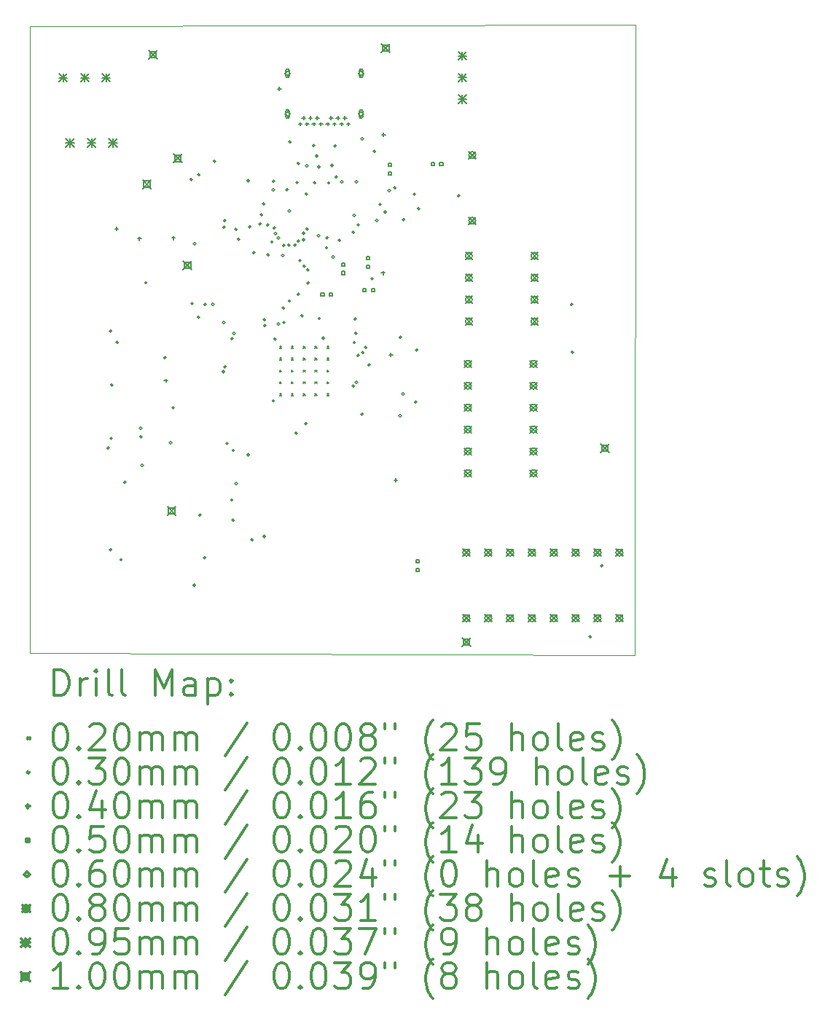
<source format=gbr>
%FSLAX45Y45*%
G04 Gerber Fmt 4.5, Leading zero omitted, Abs format (unit mm)*
G04 Created by KiCad (PCBNEW (5.1.0)-1) date 2019-05-23 13:15:49*
%MOMM*%
%LPD*%
G04 APERTURE LIST*
%ADD10C,0.050000*%
%ADD11C,0.200000*%
%ADD12C,0.300000*%
G04 APERTURE END LIST*
D10*
X18191480Y-3253740D02*
X11158220Y-3271520D01*
X18183860Y-10581640D02*
X18191480Y-3253740D01*
X11163300Y-10556240D02*
X18183860Y-10581640D01*
X11158220Y-3271520D02*
X11163300Y-10556240D01*
D11*
X14060920Y-6992100D02*
X14080920Y-7012100D01*
X14080920Y-6992100D02*
X14060920Y-7012100D01*
X14060920Y-7129600D02*
X14080920Y-7149600D01*
X14080920Y-7129600D02*
X14060920Y-7149600D01*
X14060920Y-7267100D02*
X14080920Y-7287100D01*
X14080920Y-7267100D02*
X14060920Y-7287100D01*
X14060920Y-7404600D02*
X14080920Y-7424600D01*
X14080920Y-7404600D02*
X14060920Y-7424600D01*
X14060920Y-7542100D02*
X14080920Y-7562100D01*
X14080920Y-7542100D02*
X14060920Y-7562100D01*
X14198420Y-6992100D02*
X14218420Y-7012100D01*
X14218420Y-6992100D02*
X14198420Y-7012100D01*
X14198420Y-7129600D02*
X14218420Y-7149600D01*
X14218420Y-7129600D02*
X14198420Y-7149600D01*
X14198420Y-7267100D02*
X14218420Y-7287100D01*
X14218420Y-7267100D02*
X14198420Y-7287100D01*
X14198420Y-7404600D02*
X14218420Y-7424600D01*
X14218420Y-7404600D02*
X14198420Y-7424600D01*
X14198420Y-7542100D02*
X14218420Y-7562100D01*
X14218420Y-7542100D02*
X14198420Y-7562100D01*
X14335920Y-6992100D02*
X14355920Y-7012100D01*
X14355920Y-6992100D02*
X14335920Y-7012100D01*
X14335920Y-7129600D02*
X14355920Y-7149600D01*
X14355920Y-7129600D02*
X14335920Y-7149600D01*
X14335920Y-7267100D02*
X14355920Y-7287100D01*
X14355920Y-7267100D02*
X14335920Y-7287100D01*
X14335920Y-7404600D02*
X14355920Y-7424600D01*
X14355920Y-7404600D02*
X14335920Y-7424600D01*
X14335920Y-7542100D02*
X14355920Y-7562100D01*
X14355920Y-7542100D02*
X14335920Y-7562100D01*
X14473420Y-6992100D02*
X14493420Y-7012100D01*
X14493420Y-6992100D02*
X14473420Y-7012100D01*
X14473420Y-7129600D02*
X14493420Y-7149600D01*
X14493420Y-7129600D02*
X14473420Y-7149600D01*
X14473420Y-7267100D02*
X14493420Y-7287100D01*
X14493420Y-7267100D02*
X14473420Y-7287100D01*
X14473420Y-7404600D02*
X14493420Y-7424600D01*
X14493420Y-7404600D02*
X14473420Y-7424600D01*
X14473420Y-7542100D02*
X14493420Y-7562100D01*
X14493420Y-7542100D02*
X14473420Y-7562100D01*
X14610920Y-6992100D02*
X14630920Y-7012100D01*
X14630920Y-6992100D02*
X14610920Y-7012100D01*
X14610920Y-7129600D02*
X14630920Y-7149600D01*
X14630920Y-7129600D02*
X14610920Y-7149600D01*
X14610920Y-7267100D02*
X14630920Y-7287100D01*
X14630920Y-7267100D02*
X14610920Y-7287100D01*
X14610920Y-7404600D02*
X14630920Y-7424600D01*
X14630920Y-7404600D02*
X14610920Y-7424600D01*
X14610920Y-7542100D02*
X14630920Y-7562100D01*
X14630920Y-7542100D02*
X14610920Y-7562100D01*
X12082540Y-8174482D02*
G75*
G03X12082540Y-8174482I-15000J0D01*
G01*
X12110480Y-6814820D02*
G75*
G03X12110480Y-6814820I-15000J0D01*
G01*
X12113020Y-9354820D02*
G75*
G03X12113020Y-9354820I-15000J0D01*
G01*
X12117865Y-8061960D02*
G75*
G03X12117865Y-8061960I-15000J0D01*
G01*
X12124450Y-7439660D02*
G75*
G03X12124450Y-7439660I-15000J0D01*
G01*
X12189992Y-6945630D02*
G75*
G03X12189992Y-6945630I-15000J0D01*
G01*
X12233670Y-9470390D02*
G75*
G03X12233670Y-9470390I-15000J0D01*
G01*
X12277866Y-8572246D02*
G75*
G03X12277866Y-8572246I-15000J0D01*
G01*
X12463032Y-7943596D02*
G75*
G03X12463032Y-7943596I-15000J0D01*
G01*
X12463540Y-8041640D02*
G75*
G03X12463540Y-8041640I-15000J0D01*
G01*
X12478000Y-8373020D02*
G75*
G03X12478000Y-8373020I-15000J0D01*
G01*
X12519674Y-6253480D02*
G75*
G03X12519674Y-6253480I-15000J0D01*
G01*
X12742940Y-7122160D02*
G75*
G03X12742940Y-7122160I-15000J0D01*
G01*
X12808000Y-8111020D02*
G75*
G03X12808000Y-8111020I-15000J0D01*
G01*
X12838171Y-7704853D02*
G75*
G03X12838171Y-7704853I-15000J0D01*
G01*
X13047740Y-5054600D02*
G75*
G03X13047740Y-5054600I-15000J0D01*
G01*
X13058322Y-6494526D02*
G75*
G03X13058322Y-6494526I-15000J0D01*
G01*
X13084570Y-9767570D02*
G75*
G03X13084570Y-9767570I-15000J0D01*
G01*
X13088380Y-5801360D02*
G75*
G03X13088380Y-5801360I-15000J0D01*
G01*
X13132322Y-6654038D02*
G75*
G03X13132322Y-6654038I-15000J0D01*
G01*
X13136640Y-4998720D02*
G75*
G03X13136640Y-4998720I-15000J0D01*
G01*
X13149580Y-8950960D02*
G75*
G03X13149580Y-8950960I-15000J0D01*
G01*
X13205220Y-9448800D02*
G75*
G03X13205220Y-9448800I-15000J0D01*
G01*
X13208702Y-6506538D02*
G75*
G03X13208702Y-6506538I-15000J0D01*
G01*
X13299962Y-6505194D02*
G75*
G03X13299962Y-6505194I-15000J0D01*
G01*
X13318933Y-4842685D02*
G75*
G03X13318933Y-4842685I-15000J0D01*
G01*
X13422508Y-7287378D02*
G75*
G03X13422508Y-7287378I-15000J0D01*
G01*
X13427978Y-6714748D02*
G75*
G03X13427978Y-6714748I-15000J0D01*
G01*
X13428740Y-5608320D02*
G75*
G03X13428740Y-5608320I-15000J0D01*
G01*
X13437310Y-5533295D02*
G75*
G03X13437310Y-5533295I-15000J0D01*
G01*
X13439799Y-7229924D02*
G75*
G03X13439799Y-7229924I-15000J0D01*
G01*
X13464375Y-8122158D02*
G75*
G03X13464375Y-8122158I-15000J0D01*
G01*
X13520200Y-8778240D02*
G75*
G03X13520200Y-8778240I-15000J0D01*
G01*
X13522466Y-6903466D02*
G75*
G03X13522466Y-6903466I-15000J0D01*
G01*
X13535000Y-9011500D02*
G75*
G03X13535000Y-9011500I-15000J0D01*
G01*
X13536875Y-8200000D02*
G75*
G03X13536875Y-8200000I-15000J0D01*
G01*
X13545580Y-6843645D02*
G75*
G03X13545580Y-6843645I-15000J0D01*
G01*
X13568640Y-5633920D02*
G75*
G03X13568640Y-5633920I-15000J0D01*
G01*
X13571280Y-8584900D02*
G75*
G03X13571280Y-8584900I-15000J0D01*
G01*
X13596380Y-5748020D02*
G75*
G03X13596380Y-5748020I-15000J0D01*
G01*
X13710680Y-5069840D02*
G75*
G03X13710680Y-5069840I-15000J0D01*
G01*
X13711522Y-8252500D02*
G75*
G03X13711522Y-8252500I-15000J0D01*
G01*
X13728460Y-5603240D02*
G75*
G03X13728460Y-5603240I-15000J0D01*
G01*
X13755000Y-9240000D02*
G75*
G03X13755000Y-9240000I-15000J0D01*
G01*
X13776480Y-5902960D02*
G75*
G03X13776480Y-5902960I-15000J0D01*
G01*
X13847840Y-5570220D02*
G75*
G03X13847840Y-5570220I-15000J0D01*
G01*
X13865620Y-5465600D02*
G75*
G03X13865620Y-5465600I-15000J0D01*
G01*
X13891020Y-5336540D02*
G75*
G03X13891020Y-5336540I-15000J0D01*
G01*
X13895000Y-9200000D02*
G75*
G03X13895000Y-9200000I-15000J0D01*
G01*
X13898395Y-6683395D02*
G75*
G03X13898395Y-6683395I-15000J0D01*
G01*
X13901180Y-6751320D02*
G75*
G03X13901180Y-6751320I-15000J0D01*
G01*
X13936740Y-5582920D02*
G75*
G03X13936740Y-5582920I-15000J0D01*
G01*
X13941820Y-5930900D02*
G75*
G03X13941820Y-5930900I-15000J0D01*
G01*
X13985700Y-5779542D02*
G75*
G03X13985700Y-5779542I-15000J0D01*
G01*
X14002703Y-7624448D02*
G75*
G03X14002703Y-7624448I-15000J0D01*
G01*
X14002780Y-5173980D02*
G75*
G03X14002780Y-5173980I-15000J0D01*
G01*
X14004084Y-5076156D02*
G75*
G03X14004084Y-5076156I-15000J0D01*
G01*
X14013440Y-5615940D02*
G75*
G03X14013440Y-5615940I-15000J0D01*
G01*
X14020814Y-6908038D02*
G75*
G03X14020814Y-6908038I-15000J0D01*
G01*
X14027247Y-5682395D02*
G75*
G03X14027247Y-5682395I-15000J0D01*
G01*
X14061200Y-6733540D02*
G75*
G03X14061200Y-6733540I-15000J0D01*
G01*
X14062055Y-5731968D02*
G75*
G03X14062055Y-5731968I-15000J0D01*
G01*
X14112000Y-5935980D02*
G75*
G03X14112000Y-5935980I-15000J0D01*
G01*
X14119620Y-6548120D02*
G75*
G03X14119620Y-6548120I-15000J0D01*
G01*
X14123192Y-5819543D02*
G75*
G03X14123192Y-5819543I-15000J0D01*
G01*
X14124700Y-6715760D02*
G75*
G03X14124700Y-6715760I-15000J0D01*
G01*
X14160260Y-5171440D02*
G75*
G03X14160260Y-5171440I-15000J0D01*
G01*
X14183120Y-5816600D02*
G75*
G03X14183120Y-5816600I-15000J0D01*
G01*
X14188440Y-6464300D02*
G75*
G03X14188440Y-6464300I-15000J0D01*
G01*
X14189243Y-5421403D02*
G75*
G03X14189243Y-5421403I-15000J0D01*
G01*
X14195820Y-4617720D02*
G75*
G03X14195820Y-4617720I-15000J0D01*
G01*
X14254240Y-5814060D02*
G75*
G03X14254240Y-5814060I-15000J0D01*
G01*
X14265000Y-8000000D02*
G75*
G03X14265000Y-8000000I-15000J0D01*
G01*
X14277100Y-5090160D02*
G75*
G03X14277100Y-5090160I-15000J0D01*
G01*
X14291620Y-6386043D02*
G75*
G03X14291620Y-6386043I-15000J0D01*
G01*
X14292020Y-4868471D02*
G75*
G03X14292020Y-4868471I-15000J0D01*
G01*
X14293750Y-5768905D02*
G75*
G03X14293750Y-5768905I-15000J0D01*
G01*
X14310120Y-5995420D02*
G75*
G03X14310120Y-5995420I-15000J0D01*
G01*
X14335920Y-6637020D02*
G75*
G03X14335920Y-6637020I-15000J0D01*
G01*
X14353300Y-5753100D02*
G75*
G03X14353300Y-5753100I-15000J0D01*
G01*
X14353440Y-5677188D02*
G75*
G03X14353440Y-5677188I-15000J0D01*
G01*
X14361673Y-6061193D02*
G75*
G03X14361673Y-6061193I-15000J0D01*
G01*
X14381240Y-7889494D02*
G75*
G03X14381240Y-7889494I-15000J0D01*
G01*
X14386320Y-5222240D02*
G75*
G03X14386320Y-5222240I-15000J0D01*
G01*
X14392021Y-4896795D02*
G75*
G03X14392021Y-4896795I-15000J0D01*
G01*
X14393440Y-5630413D02*
G75*
G03X14393440Y-5630413I-15000J0D01*
G01*
X14404100Y-6103620D02*
G75*
G03X14404100Y-6103620I-15000J0D01*
G01*
X14406640Y-6256020D02*
G75*
G03X14406640Y-6256020I-15000J0D01*
G01*
X14469600Y-4660900D02*
G75*
G03X14469600Y-4660900I-15000J0D01*
G01*
X14482840Y-5090160D02*
G75*
G03X14482840Y-5090160I-15000J0D01*
G01*
X14505700Y-4780280D02*
G75*
G03X14505700Y-4780280I-15000J0D01*
G01*
X14526600Y-5707380D02*
G75*
G03X14526600Y-5707380I-15000J0D01*
G01*
X14531015Y-4906189D02*
G75*
G03X14531015Y-4906189I-15000J0D01*
G01*
X14536180Y-6667500D02*
G75*
G03X14536180Y-6667500I-15000J0D01*
G01*
X14584078Y-6897734D02*
G75*
G03X14584078Y-6897734I-15000J0D01*
G01*
X14620000Y-5847080D02*
G75*
G03X14620000Y-5847080I-15000J0D01*
G01*
X14626627Y-5731233D02*
G75*
G03X14626627Y-5731233I-15000J0D01*
G01*
X14645400Y-5092700D02*
G75*
G03X14645400Y-5092700I-15000J0D01*
G01*
X14683363Y-4889249D02*
G75*
G03X14683363Y-4889249I-15000J0D01*
G01*
X14698568Y-5953588D02*
G75*
G03X14698568Y-5953588I-15000J0D01*
G01*
X14719600Y-4663440D02*
G75*
G03X14719600Y-4663440I-15000J0D01*
G01*
X14734440Y-5023980D02*
G75*
G03X14734440Y-5023980I-15000J0D01*
G01*
X14769860Y-5761233D02*
G75*
G03X14769860Y-5761233I-15000J0D01*
G01*
X14798005Y-5082745D02*
G75*
G03X14798005Y-5082745I-15000J0D01*
G01*
X14932065Y-7455666D02*
G75*
G03X14932065Y-7455666I-15000J0D01*
G01*
X14932420Y-5666740D02*
G75*
G03X14932420Y-5666740I-15000J0D01*
G01*
X14940520Y-5471160D02*
G75*
G03X14940520Y-5471160I-15000J0D01*
G01*
X14942580Y-6949440D02*
G75*
G03X14942580Y-6949440I-15000J0D01*
G01*
X14951734Y-6675882D02*
G75*
G03X14951734Y-6675882I-15000J0D01*
G01*
X14960360Y-6840220D02*
G75*
G03X14960360Y-6840220I-15000J0D01*
G01*
X14967646Y-7407354D02*
G75*
G03X14967646Y-7407354I-15000J0D01*
G01*
X14967980Y-5082540D02*
G75*
G03X14967980Y-5082540I-15000J0D01*
G01*
X14985760Y-7099300D02*
G75*
G03X14985760Y-7099300I-15000J0D01*
G01*
X14990520Y-5580888D02*
G75*
G03X14990520Y-5580888I-15000J0D01*
G01*
X15035000Y-7780000D02*
G75*
G03X15035000Y-7780000I-15000J0D01*
G01*
X15036014Y-4582160D02*
G75*
G03X15036014Y-4582160I-15000J0D01*
G01*
X15041640Y-7063740D02*
G75*
G03X15041640Y-7063740I-15000J0D01*
G01*
X15077200Y-7005320D02*
G75*
G03X15077200Y-7005320I-15000J0D01*
G01*
X15112760Y-7209599D02*
G75*
G03X15112760Y-7209599I-15000J0D01*
G01*
X15148320Y-6207760D02*
G75*
G03X15148320Y-6207760I-15000J0D01*
G01*
X15176260Y-4726940D02*
G75*
G03X15176260Y-4726940I-15000J0D01*
G01*
X15204708Y-5530088D02*
G75*
G03X15204708Y-5530088I-15000J0D01*
G01*
X15242300Y-5344160D02*
G75*
G03X15242300Y-5344160I-15000J0D01*
G01*
X15302265Y-5431106D02*
G75*
G03X15302265Y-5431106I-15000J0D01*
G01*
X15348128Y-5182540D02*
G75*
G03X15348128Y-5182540I-15000J0D01*
G01*
X15414225Y-5149641D02*
G75*
G03X15414225Y-5149641I-15000J0D01*
G01*
X15476250Y-7800000D02*
G75*
G03X15476250Y-7800000I-15000J0D01*
G01*
X15478520Y-6885700D02*
G75*
G03X15478520Y-6885700I-15000J0D01*
G01*
X15509000Y-7546014D02*
G75*
G03X15509000Y-7546014I-15000J0D01*
G01*
X15514926Y-5518620D02*
G75*
G03X15514926Y-5518620I-15000J0D01*
G01*
X15639421Y-5225661D02*
G75*
G03X15639421Y-5225661I-15000J0D01*
G01*
X15655000Y-7640000D02*
G75*
G03X15655000Y-7640000I-15000J0D01*
G01*
X15668106Y-7033106D02*
G75*
G03X15668106Y-7033106I-15000J0D01*
G01*
X15689340Y-5392420D02*
G75*
G03X15689340Y-5392420I-15000J0D01*
G01*
X16154160Y-5245100D02*
G75*
G03X16154160Y-5245100I-15000J0D01*
G01*
X17468356Y-6504418D02*
G75*
G03X17468356Y-6504418I-15000J0D01*
G01*
X17476484Y-7059930D02*
G75*
G03X17476484Y-7059930I-15000J0D01*
G01*
X17683240Y-10364724D02*
G75*
G03X17683240Y-10364724I-15000J0D01*
G01*
X17817860Y-9541510D02*
G75*
G03X17817860Y-9541510I-15000J0D01*
G01*
X12166600Y-5603560D02*
X12166600Y-5643560D01*
X12146600Y-5623560D02*
X12186600Y-5623560D01*
X12432174Y-5720400D02*
X12432174Y-5760400D01*
X12412174Y-5740400D02*
X12452174Y-5740400D01*
X12740005Y-7369495D02*
X12740005Y-7409495D01*
X12720005Y-7389495D02*
X12760005Y-7389495D01*
X12826789Y-5712991D02*
X12826789Y-5752991D01*
X12806789Y-5732991D02*
X12846789Y-5732991D01*
X14058900Y-3977960D02*
X14058900Y-4017960D01*
X14038900Y-3997960D02*
X14078900Y-3997960D01*
X15263876Y-6117402D02*
X15263876Y-6157402D01*
X15243876Y-6137402D02*
X15283876Y-6137402D01*
X15267940Y-4511360D02*
X15267940Y-4551360D01*
X15247940Y-4531360D02*
X15287940Y-4531360D01*
X15354540Y-7069599D02*
X15354540Y-7109599D01*
X15334540Y-7089599D02*
X15374540Y-7089599D01*
X15410180Y-8524560D02*
X15410180Y-8564560D01*
X15390180Y-8544560D02*
X15430180Y-8544560D01*
X14299600Y-4387720D02*
X14299600Y-4427720D01*
X14279600Y-4407720D02*
X14319600Y-4407720D01*
X14339600Y-4317720D02*
X14339600Y-4357720D01*
X14319600Y-4337720D02*
X14359600Y-4337720D01*
X14379600Y-4387720D02*
X14379600Y-4427720D01*
X14359600Y-4407720D02*
X14399600Y-4407720D01*
X14419600Y-4317720D02*
X14419600Y-4357720D01*
X14399600Y-4337720D02*
X14439600Y-4337720D01*
X14459600Y-4387720D02*
X14459600Y-4427720D01*
X14439600Y-4407720D02*
X14479600Y-4407720D01*
X14499600Y-4317720D02*
X14499600Y-4357720D01*
X14479600Y-4337720D02*
X14519600Y-4337720D01*
X14539600Y-4387720D02*
X14539600Y-4427720D01*
X14519600Y-4407720D02*
X14559600Y-4407720D01*
X14619600Y-4387720D02*
X14619600Y-4427720D01*
X14599600Y-4407720D02*
X14639600Y-4407720D01*
X14659600Y-4316720D02*
X14659600Y-4356720D01*
X14639600Y-4336720D02*
X14679600Y-4336720D01*
X14699600Y-4387720D02*
X14699600Y-4427720D01*
X14679600Y-4407720D02*
X14719600Y-4407720D01*
X14739600Y-4317720D02*
X14739600Y-4357720D01*
X14719600Y-4337720D02*
X14759600Y-4337720D01*
X14779600Y-4387720D02*
X14779600Y-4427720D01*
X14759600Y-4407720D02*
X14799600Y-4407720D01*
X14819600Y-4317720D02*
X14819600Y-4357720D01*
X14799600Y-4337720D02*
X14839600Y-4337720D01*
X14859600Y-4387720D02*
X14859600Y-4427720D01*
X14839600Y-4407720D02*
X14879600Y-4407720D01*
X15679318Y-9508718D02*
X15679318Y-9473362D01*
X15643962Y-9473362D01*
X15643962Y-9508718D01*
X15679318Y-9508718D01*
X15679318Y-9608718D02*
X15679318Y-9573362D01*
X15643962Y-9573362D01*
X15643962Y-9608718D01*
X15679318Y-9608718D01*
X14815718Y-6056858D02*
X14815718Y-6021502D01*
X14780362Y-6021502D01*
X14780362Y-6056858D01*
X14815718Y-6056858D01*
X14815718Y-6156858D02*
X14815718Y-6121502D01*
X14780362Y-6121502D01*
X14780362Y-6156858D01*
X14815718Y-6156858D01*
X14576018Y-6405778D02*
X14576018Y-6370422D01*
X14540662Y-6370422D01*
X14540662Y-6405778D01*
X14576018Y-6405778D01*
X14676018Y-6405778D02*
X14676018Y-6370422D01*
X14640662Y-6370422D01*
X14640662Y-6405778D01*
X14676018Y-6405778D01*
X15857372Y-4889398D02*
X15857372Y-4854042D01*
X15822016Y-4854042D01*
X15822016Y-4889398D01*
X15857372Y-4889398D01*
X15957372Y-4889398D02*
X15957372Y-4854042D01*
X15922016Y-4854042D01*
X15922016Y-4889398D01*
X15957372Y-4889398D01*
X15102738Y-5983198D02*
X15102738Y-5947842D01*
X15067382Y-5947842D01*
X15067382Y-5983198D01*
X15102738Y-5983198D01*
X15102738Y-6083198D02*
X15102738Y-6047842D01*
X15067382Y-6047842D01*
X15067382Y-6083198D01*
X15102738Y-6083198D01*
X15361302Y-4901844D02*
X15361302Y-4866488D01*
X15325946Y-4866488D01*
X15325946Y-4901844D01*
X15361302Y-4901844D01*
X15361302Y-5001844D02*
X15361302Y-4966488D01*
X15325946Y-4966488D01*
X15325946Y-5001844D01*
X15361302Y-5001844D01*
X15063698Y-6354978D02*
X15063698Y-6319622D01*
X15028342Y-6319622D01*
X15028342Y-6354978D01*
X15063698Y-6354978D01*
X15163698Y-6354978D02*
X15163698Y-6319622D01*
X15128342Y-6319622D01*
X15128342Y-6354978D01*
X15163698Y-6354978D01*
X14152600Y-3849720D02*
X14182600Y-3819720D01*
X14152600Y-3789720D01*
X14122600Y-3819720D01*
X14152600Y-3849720D01*
X14172600Y-3849720D02*
X14172600Y-3789720D01*
X14132600Y-3849720D02*
X14132600Y-3789720D01*
X14172600Y-3789720D02*
G75*
G03X14132600Y-3789720I-20000J0D01*
G01*
X14132600Y-3849720D02*
G75*
G03X14172600Y-3849720I20000J0D01*
G01*
X14152600Y-4322720D02*
X14182600Y-4292720D01*
X14152600Y-4262720D01*
X14122600Y-4292720D01*
X14152600Y-4322720D01*
X14172600Y-4322720D02*
X14172600Y-4262720D01*
X14132600Y-4322720D02*
X14132600Y-4262720D01*
X14172600Y-4262720D02*
G75*
G03X14132600Y-4262720I-20000J0D01*
G01*
X14132600Y-4322720D02*
G75*
G03X14172600Y-4322720I20000J0D01*
G01*
X15006600Y-3849720D02*
X15036600Y-3819720D01*
X15006600Y-3789720D01*
X14976600Y-3819720D01*
X15006600Y-3849720D01*
X15026600Y-3849720D02*
X15026600Y-3789720D01*
X14986600Y-3849720D02*
X14986600Y-3789720D01*
X15026600Y-3789720D02*
G75*
G03X14986600Y-3789720I-20000J0D01*
G01*
X14986600Y-3849720D02*
G75*
G03X15026600Y-3849720I20000J0D01*
G01*
X15006600Y-4322720D02*
X15036600Y-4292720D01*
X15006600Y-4262720D01*
X14976600Y-4292720D01*
X15006600Y-4322720D01*
X15026600Y-4322720D02*
X15026600Y-4262720D01*
X14986600Y-4322720D02*
X14986600Y-4262720D01*
X15026600Y-4262720D02*
G75*
G03X14986600Y-4262720I-20000J0D01*
G01*
X14986600Y-4322720D02*
G75*
G03X15026600Y-4322720I20000J0D01*
G01*
X16219810Y-5900552D02*
X16299810Y-5980552D01*
X16299810Y-5900552D02*
X16219810Y-5980552D01*
X16299810Y-5940552D02*
G75*
G03X16299810Y-5940552I-40000J0D01*
G01*
X16219810Y-6154552D02*
X16299810Y-6234552D01*
X16299810Y-6154552D02*
X16219810Y-6234552D01*
X16299810Y-6194552D02*
G75*
G03X16299810Y-6194552I-40000J0D01*
G01*
X16219810Y-6408552D02*
X16299810Y-6488552D01*
X16299810Y-6408552D02*
X16219810Y-6488552D01*
X16299810Y-6448552D02*
G75*
G03X16299810Y-6448552I-40000J0D01*
G01*
X16219810Y-6662552D02*
X16299810Y-6742552D01*
X16299810Y-6662552D02*
X16219810Y-6742552D01*
X16299810Y-6702552D02*
G75*
G03X16299810Y-6702552I-40000J0D01*
G01*
X16981810Y-5900552D02*
X17061810Y-5980552D01*
X17061810Y-5900552D02*
X16981810Y-5980552D01*
X17061810Y-5940552D02*
G75*
G03X17061810Y-5940552I-40000J0D01*
G01*
X16981810Y-6154552D02*
X17061810Y-6234552D01*
X17061810Y-6154552D02*
X16981810Y-6234552D01*
X17061810Y-6194552D02*
G75*
G03X17061810Y-6194552I-40000J0D01*
G01*
X16981810Y-6408552D02*
X17061810Y-6488552D01*
X17061810Y-6408552D02*
X16981810Y-6488552D01*
X17061810Y-6448552D02*
G75*
G03X17061810Y-6448552I-40000J0D01*
G01*
X16981810Y-6662552D02*
X17061810Y-6742552D01*
X17061810Y-6662552D02*
X16981810Y-6742552D01*
X17061810Y-6702552D02*
G75*
G03X17061810Y-6702552I-40000J0D01*
G01*
X16258672Y-4731390D02*
X16338672Y-4811390D01*
X16338672Y-4731390D02*
X16258672Y-4811390D01*
X16338672Y-4771390D02*
G75*
G03X16338672Y-4771390I-40000J0D01*
G01*
X16258672Y-5493390D02*
X16338672Y-5573390D01*
X16338672Y-5493390D02*
X16258672Y-5573390D01*
X16338672Y-5533390D02*
G75*
G03X16338672Y-5533390I-40000J0D01*
G01*
X16208380Y-7155820D02*
X16288380Y-7235820D01*
X16288380Y-7155820D02*
X16208380Y-7235820D01*
X16288380Y-7195820D02*
G75*
G03X16288380Y-7195820I-40000J0D01*
G01*
X16208380Y-7409820D02*
X16288380Y-7489820D01*
X16288380Y-7409820D02*
X16208380Y-7489820D01*
X16288380Y-7449820D02*
G75*
G03X16288380Y-7449820I-40000J0D01*
G01*
X16208380Y-7663820D02*
X16288380Y-7743820D01*
X16288380Y-7663820D02*
X16208380Y-7743820D01*
X16288380Y-7703820D02*
G75*
G03X16288380Y-7703820I-40000J0D01*
G01*
X16208380Y-7917820D02*
X16288380Y-7997820D01*
X16288380Y-7917820D02*
X16208380Y-7997820D01*
X16288380Y-7957820D02*
G75*
G03X16288380Y-7957820I-40000J0D01*
G01*
X16208380Y-8171820D02*
X16288380Y-8251820D01*
X16288380Y-8171820D02*
X16208380Y-8251820D01*
X16288380Y-8211820D02*
G75*
G03X16288380Y-8211820I-40000J0D01*
G01*
X16208380Y-8425820D02*
X16288380Y-8505820D01*
X16288380Y-8425820D02*
X16208380Y-8505820D01*
X16288380Y-8465820D02*
G75*
G03X16288380Y-8465820I-40000J0D01*
G01*
X16970380Y-7155820D02*
X17050380Y-7235820D01*
X17050380Y-7155820D02*
X16970380Y-7235820D01*
X17050380Y-7195820D02*
G75*
G03X17050380Y-7195820I-40000J0D01*
G01*
X16970380Y-7409820D02*
X17050380Y-7489820D01*
X17050380Y-7409820D02*
X16970380Y-7489820D01*
X17050380Y-7449820D02*
G75*
G03X17050380Y-7449820I-40000J0D01*
G01*
X16970380Y-7663820D02*
X17050380Y-7743820D01*
X17050380Y-7663820D02*
X16970380Y-7743820D01*
X17050380Y-7703820D02*
G75*
G03X17050380Y-7703820I-40000J0D01*
G01*
X16970380Y-7917820D02*
X17050380Y-7997820D01*
X17050380Y-7917820D02*
X16970380Y-7997820D01*
X17050380Y-7957820D02*
G75*
G03X17050380Y-7957820I-40000J0D01*
G01*
X16970380Y-8171820D02*
X17050380Y-8251820D01*
X17050380Y-8171820D02*
X16970380Y-8251820D01*
X17050380Y-8211820D02*
G75*
G03X17050380Y-8211820I-40000J0D01*
G01*
X16970380Y-8425820D02*
X17050380Y-8505820D01*
X17050380Y-8425820D02*
X16970380Y-8505820D01*
X17050380Y-8465820D02*
G75*
G03X17050380Y-8465820I-40000J0D01*
G01*
X16190600Y-9347840D02*
X16270600Y-9427840D01*
X16270600Y-9347840D02*
X16190600Y-9427840D01*
X16270600Y-9387840D02*
G75*
G03X16270600Y-9387840I-40000J0D01*
G01*
X16190600Y-10109840D02*
X16270600Y-10189840D01*
X16270600Y-10109840D02*
X16190600Y-10189840D01*
X16270600Y-10149840D02*
G75*
G03X16270600Y-10149840I-40000J0D01*
G01*
X16444600Y-9347840D02*
X16524600Y-9427840D01*
X16524600Y-9347840D02*
X16444600Y-9427840D01*
X16524600Y-9387840D02*
G75*
G03X16524600Y-9387840I-40000J0D01*
G01*
X16444600Y-10109840D02*
X16524600Y-10189840D01*
X16524600Y-10109840D02*
X16444600Y-10189840D01*
X16524600Y-10149840D02*
G75*
G03X16524600Y-10149840I-40000J0D01*
G01*
X16698600Y-9347840D02*
X16778600Y-9427840D01*
X16778600Y-9347840D02*
X16698600Y-9427840D01*
X16778600Y-9387840D02*
G75*
G03X16778600Y-9387840I-40000J0D01*
G01*
X16698600Y-10109840D02*
X16778600Y-10189840D01*
X16778600Y-10109840D02*
X16698600Y-10189840D01*
X16778600Y-10149840D02*
G75*
G03X16778600Y-10149840I-40000J0D01*
G01*
X16952600Y-9347840D02*
X17032600Y-9427840D01*
X17032600Y-9347840D02*
X16952600Y-9427840D01*
X17032600Y-9387840D02*
G75*
G03X17032600Y-9387840I-40000J0D01*
G01*
X16952600Y-10109840D02*
X17032600Y-10189840D01*
X17032600Y-10109840D02*
X16952600Y-10189840D01*
X17032600Y-10149840D02*
G75*
G03X17032600Y-10149840I-40000J0D01*
G01*
X17206600Y-9347840D02*
X17286600Y-9427840D01*
X17286600Y-9347840D02*
X17206600Y-9427840D01*
X17286600Y-9387840D02*
G75*
G03X17286600Y-9387840I-40000J0D01*
G01*
X17206600Y-10109840D02*
X17286600Y-10189840D01*
X17286600Y-10109840D02*
X17206600Y-10189840D01*
X17286600Y-10149840D02*
G75*
G03X17286600Y-10149840I-40000J0D01*
G01*
X17460600Y-9347840D02*
X17540600Y-9427840D01*
X17540600Y-9347840D02*
X17460600Y-9427840D01*
X17540600Y-9387840D02*
G75*
G03X17540600Y-9387840I-40000J0D01*
G01*
X17460600Y-10109840D02*
X17540600Y-10189840D01*
X17540600Y-10109840D02*
X17460600Y-10189840D01*
X17540600Y-10149840D02*
G75*
G03X17540600Y-10149840I-40000J0D01*
G01*
X17714600Y-9347840D02*
X17794600Y-9427840D01*
X17794600Y-9347840D02*
X17714600Y-9427840D01*
X17794600Y-9387840D02*
G75*
G03X17794600Y-9387840I-40000J0D01*
G01*
X17714600Y-10109840D02*
X17794600Y-10189840D01*
X17794600Y-10109840D02*
X17714600Y-10189840D01*
X17794600Y-10149840D02*
G75*
G03X17794600Y-10149840I-40000J0D01*
G01*
X17968600Y-9347840D02*
X18048600Y-9427840D01*
X18048600Y-9347840D02*
X17968600Y-9427840D01*
X18048600Y-9387840D02*
G75*
G03X18048600Y-9387840I-40000J0D01*
G01*
X17968600Y-10109840D02*
X18048600Y-10189840D01*
X18048600Y-10109840D02*
X17968600Y-10189840D01*
X18048600Y-10149840D02*
G75*
G03X18048600Y-10149840I-40000J0D01*
G01*
X11499340Y-3826000D02*
X11594340Y-3921000D01*
X11594340Y-3826000D02*
X11499340Y-3921000D01*
X11546840Y-3826000D02*
X11546840Y-3921000D01*
X11499340Y-3873500D02*
X11594340Y-3873500D01*
X11749340Y-3826000D02*
X11844340Y-3921000D01*
X11844340Y-3826000D02*
X11749340Y-3921000D01*
X11796840Y-3826000D02*
X11796840Y-3921000D01*
X11749340Y-3873500D02*
X11844340Y-3873500D01*
X11999340Y-3826000D02*
X12094340Y-3921000D01*
X12094340Y-3826000D02*
X11999340Y-3921000D01*
X12046840Y-3826000D02*
X12046840Y-3921000D01*
X11999340Y-3873500D02*
X12094340Y-3873500D01*
X11578080Y-4580380D02*
X11673080Y-4675380D01*
X11673080Y-4580380D02*
X11578080Y-4675380D01*
X11625580Y-4580380D02*
X11625580Y-4675380D01*
X11578080Y-4627880D02*
X11673080Y-4627880D01*
X11828080Y-4580380D02*
X11923080Y-4675380D01*
X11923080Y-4580380D02*
X11828080Y-4675380D01*
X11875580Y-4580380D02*
X11875580Y-4675380D01*
X11828080Y-4627880D02*
X11923080Y-4627880D01*
X12078080Y-4580380D02*
X12173080Y-4675380D01*
X12173080Y-4580380D02*
X12078080Y-4675380D01*
X12125580Y-4580380D02*
X12125580Y-4675380D01*
X12078080Y-4627880D02*
X12173080Y-4627880D01*
X16134840Y-3572000D02*
X16229840Y-3667000D01*
X16229840Y-3572000D02*
X16134840Y-3667000D01*
X16182340Y-3572000D02*
X16182340Y-3667000D01*
X16134840Y-3619500D02*
X16229840Y-3619500D01*
X16134840Y-3822000D02*
X16229840Y-3917000D01*
X16229840Y-3822000D02*
X16134840Y-3917000D01*
X16182340Y-3822000D02*
X16182340Y-3917000D01*
X16134840Y-3869500D02*
X16229840Y-3869500D01*
X16134840Y-4072000D02*
X16229840Y-4167000D01*
X16229840Y-4072000D02*
X16134840Y-4167000D01*
X16182340Y-4072000D02*
X16182340Y-4167000D01*
X16134840Y-4119500D02*
X16229840Y-4119500D01*
X12941084Y-5998756D02*
X13041084Y-6098756D01*
X13041084Y-5998756D02*
X12941084Y-6098756D01*
X13026440Y-6084112D02*
X13026440Y-6013400D01*
X12955728Y-6013400D01*
X12955728Y-6084112D01*
X13026440Y-6084112D01*
X12827546Y-4759236D02*
X12927546Y-4859236D01*
X12927546Y-4759236D02*
X12827546Y-4859236D01*
X12912902Y-4844592D02*
X12912902Y-4773880D01*
X12842190Y-4773880D01*
X12842190Y-4844592D01*
X12912902Y-4844592D01*
X16178568Y-10378478D02*
X16278568Y-10478478D01*
X16278568Y-10378478D02*
X16178568Y-10478478D01*
X16263924Y-10463834D02*
X16263924Y-10393122D01*
X16193212Y-10393122D01*
X16193212Y-10463834D01*
X16263924Y-10463834D01*
X12468898Y-5057432D02*
X12568898Y-5157432D01*
X12568898Y-5057432D02*
X12468898Y-5157432D01*
X12554254Y-5142788D02*
X12554254Y-5072076D01*
X12483542Y-5072076D01*
X12483542Y-5142788D01*
X12554254Y-5142788D01*
X17790960Y-8123720D02*
X17890960Y-8223720D01*
X17890960Y-8123720D02*
X17790960Y-8223720D01*
X17876316Y-8209076D02*
X17876316Y-8138364D01*
X17805604Y-8138364D01*
X17805604Y-8209076D01*
X17876316Y-8209076D01*
X15244356Y-3477044D02*
X15344356Y-3577044D01*
X15344356Y-3477044D02*
X15244356Y-3577044D01*
X15329712Y-3562400D02*
X15329712Y-3491688D01*
X15259000Y-3491688D01*
X15259000Y-3562400D01*
X15329712Y-3562400D01*
X12540780Y-3551720D02*
X12640780Y-3651720D01*
X12640780Y-3551720D02*
X12540780Y-3651720D01*
X12626136Y-3637076D02*
X12626136Y-3566364D01*
X12555424Y-3566364D01*
X12555424Y-3637076D01*
X12626136Y-3637076D01*
X12757086Y-8853252D02*
X12857086Y-8953252D01*
X12857086Y-8853252D02*
X12757086Y-8953252D01*
X12842442Y-8938608D02*
X12842442Y-8867896D01*
X12771730Y-8867896D01*
X12771730Y-8938608D01*
X12842442Y-8938608D01*
D12*
X11442148Y-11049854D02*
X11442148Y-10749854D01*
X11513577Y-10749854D01*
X11556434Y-10764140D01*
X11585006Y-10792712D01*
X11599291Y-10821283D01*
X11613577Y-10878426D01*
X11613577Y-10921283D01*
X11599291Y-10978426D01*
X11585006Y-11006997D01*
X11556434Y-11035569D01*
X11513577Y-11049854D01*
X11442148Y-11049854D01*
X11742148Y-11049854D02*
X11742148Y-10849854D01*
X11742148Y-10906997D02*
X11756434Y-10878426D01*
X11770720Y-10864140D01*
X11799291Y-10849854D01*
X11827863Y-10849854D01*
X11927863Y-11049854D02*
X11927863Y-10849854D01*
X11927863Y-10749854D02*
X11913577Y-10764140D01*
X11927863Y-10778426D01*
X11942148Y-10764140D01*
X11927863Y-10749854D01*
X11927863Y-10778426D01*
X12113577Y-11049854D02*
X12085006Y-11035569D01*
X12070720Y-11006997D01*
X12070720Y-10749854D01*
X12270720Y-11049854D02*
X12242148Y-11035569D01*
X12227863Y-11006997D01*
X12227863Y-10749854D01*
X12613577Y-11049854D02*
X12613577Y-10749854D01*
X12713577Y-10964140D01*
X12813577Y-10749854D01*
X12813577Y-11049854D01*
X13085006Y-11049854D02*
X13085006Y-10892712D01*
X13070720Y-10864140D01*
X13042148Y-10849854D01*
X12985006Y-10849854D01*
X12956434Y-10864140D01*
X13085006Y-11035569D02*
X13056434Y-11049854D01*
X12985006Y-11049854D01*
X12956434Y-11035569D01*
X12942148Y-11006997D01*
X12942148Y-10978426D01*
X12956434Y-10949854D01*
X12985006Y-10935569D01*
X13056434Y-10935569D01*
X13085006Y-10921283D01*
X13227863Y-10849854D02*
X13227863Y-11149854D01*
X13227863Y-10864140D02*
X13256434Y-10849854D01*
X13313577Y-10849854D01*
X13342148Y-10864140D01*
X13356434Y-10878426D01*
X13370720Y-10906997D01*
X13370720Y-10992712D01*
X13356434Y-11021283D01*
X13342148Y-11035569D01*
X13313577Y-11049854D01*
X13256434Y-11049854D01*
X13227863Y-11035569D01*
X13499291Y-11021283D02*
X13513577Y-11035569D01*
X13499291Y-11049854D01*
X13485006Y-11035569D01*
X13499291Y-11021283D01*
X13499291Y-11049854D01*
X13499291Y-10864140D02*
X13513577Y-10878426D01*
X13499291Y-10892712D01*
X13485006Y-10878426D01*
X13499291Y-10864140D01*
X13499291Y-10892712D01*
X11135720Y-11534140D02*
X11155720Y-11554140D01*
X11155720Y-11534140D02*
X11135720Y-11554140D01*
X11499291Y-11379854D02*
X11527863Y-11379854D01*
X11556434Y-11394140D01*
X11570720Y-11408426D01*
X11585006Y-11436997D01*
X11599291Y-11494140D01*
X11599291Y-11565569D01*
X11585006Y-11622711D01*
X11570720Y-11651283D01*
X11556434Y-11665569D01*
X11527863Y-11679854D01*
X11499291Y-11679854D01*
X11470720Y-11665569D01*
X11456434Y-11651283D01*
X11442148Y-11622711D01*
X11427863Y-11565569D01*
X11427863Y-11494140D01*
X11442148Y-11436997D01*
X11456434Y-11408426D01*
X11470720Y-11394140D01*
X11499291Y-11379854D01*
X11727863Y-11651283D02*
X11742148Y-11665569D01*
X11727863Y-11679854D01*
X11713577Y-11665569D01*
X11727863Y-11651283D01*
X11727863Y-11679854D01*
X11856434Y-11408426D02*
X11870720Y-11394140D01*
X11899291Y-11379854D01*
X11970720Y-11379854D01*
X11999291Y-11394140D01*
X12013577Y-11408426D01*
X12027863Y-11436997D01*
X12027863Y-11465569D01*
X12013577Y-11508426D01*
X11842148Y-11679854D01*
X12027863Y-11679854D01*
X12213577Y-11379854D02*
X12242148Y-11379854D01*
X12270720Y-11394140D01*
X12285006Y-11408426D01*
X12299291Y-11436997D01*
X12313577Y-11494140D01*
X12313577Y-11565569D01*
X12299291Y-11622711D01*
X12285006Y-11651283D01*
X12270720Y-11665569D01*
X12242148Y-11679854D01*
X12213577Y-11679854D01*
X12185006Y-11665569D01*
X12170720Y-11651283D01*
X12156434Y-11622711D01*
X12142148Y-11565569D01*
X12142148Y-11494140D01*
X12156434Y-11436997D01*
X12170720Y-11408426D01*
X12185006Y-11394140D01*
X12213577Y-11379854D01*
X12442148Y-11679854D02*
X12442148Y-11479854D01*
X12442148Y-11508426D02*
X12456434Y-11494140D01*
X12485006Y-11479854D01*
X12527863Y-11479854D01*
X12556434Y-11494140D01*
X12570720Y-11522711D01*
X12570720Y-11679854D01*
X12570720Y-11522711D02*
X12585006Y-11494140D01*
X12613577Y-11479854D01*
X12656434Y-11479854D01*
X12685006Y-11494140D01*
X12699291Y-11522711D01*
X12699291Y-11679854D01*
X12842148Y-11679854D02*
X12842148Y-11479854D01*
X12842148Y-11508426D02*
X12856434Y-11494140D01*
X12885006Y-11479854D01*
X12927863Y-11479854D01*
X12956434Y-11494140D01*
X12970720Y-11522711D01*
X12970720Y-11679854D01*
X12970720Y-11522711D02*
X12985006Y-11494140D01*
X13013577Y-11479854D01*
X13056434Y-11479854D01*
X13085006Y-11494140D01*
X13099291Y-11522711D01*
X13099291Y-11679854D01*
X13685006Y-11365569D02*
X13427863Y-11751283D01*
X14070720Y-11379854D02*
X14099291Y-11379854D01*
X14127863Y-11394140D01*
X14142148Y-11408426D01*
X14156434Y-11436997D01*
X14170720Y-11494140D01*
X14170720Y-11565569D01*
X14156434Y-11622711D01*
X14142148Y-11651283D01*
X14127863Y-11665569D01*
X14099291Y-11679854D01*
X14070720Y-11679854D01*
X14042148Y-11665569D01*
X14027863Y-11651283D01*
X14013577Y-11622711D01*
X13999291Y-11565569D01*
X13999291Y-11494140D01*
X14013577Y-11436997D01*
X14027863Y-11408426D01*
X14042148Y-11394140D01*
X14070720Y-11379854D01*
X14299291Y-11651283D02*
X14313577Y-11665569D01*
X14299291Y-11679854D01*
X14285006Y-11665569D01*
X14299291Y-11651283D01*
X14299291Y-11679854D01*
X14499291Y-11379854D02*
X14527863Y-11379854D01*
X14556434Y-11394140D01*
X14570720Y-11408426D01*
X14585006Y-11436997D01*
X14599291Y-11494140D01*
X14599291Y-11565569D01*
X14585006Y-11622711D01*
X14570720Y-11651283D01*
X14556434Y-11665569D01*
X14527863Y-11679854D01*
X14499291Y-11679854D01*
X14470720Y-11665569D01*
X14456434Y-11651283D01*
X14442148Y-11622711D01*
X14427863Y-11565569D01*
X14427863Y-11494140D01*
X14442148Y-11436997D01*
X14456434Y-11408426D01*
X14470720Y-11394140D01*
X14499291Y-11379854D01*
X14785006Y-11379854D02*
X14813577Y-11379854D01*
X14842148Y-11394140D01*
X14856434Y-11408426D01*
X14870720Y-11436997D01*
X14885006Y-11494140D01*
X14885006Y-11565569D01*
X14870720Y-11622711D01*
X14856434Y-11651283D01*
X14842148Y-11665569D01*
X14813577Y-11679854D01*
X14785006Y-11679854D01*
X14756434Y-11665569D01*
X14742148Y-11651283D01*
X14727863Y-11622711D01*
X14713577Y-11565569D01*
X14713577Y-11494140D01*
X14727863Y-11436997D01*
X14742148Y-11408426D01*
X14756434Y-11394140D01*
X14785006Y-11379854D01*
X15056434Y-11508426D02*
X15027863Y-11494140D01*
X15013577Y-11479854D01*
X14999291Y-11451283D01*
X14999291Y-11436997D01*
X15013577Y-11408426D01*
X15027863Y-11394140D01*
X15056434Y-11379854D01*
X15113577Y-11379854D01*
X15142148Y-11394140D01*
X15156434Y-11408426D01*
X15170720Y-11436997D01*
X15170720Y-11451283D01*
X15156434Y-11479854D01*
X15142148Y-11494140D01*
X15113577Y-11508426D01*
X15056434Y-11508426D01*
X15027863Y-11522711D01*
X15013577Y-11536997D01*
X14999291Y-11565569D01*
X14999291Y-11622711D01*
X15013577Y-11651283D01*
X15027863Y-11665569D01*
X15056434Y-11679854D01*
X15113577Y-11679854D01*
X15142148Y-11665569D01*
X15156434Y-11651283D01*
X15170720Y-11622711D01*
X15170720Y-11565569D01*
X15156434Y-11536997D01*
X15142148Y-11522711D01*
X15113577Y-11508426D01*
X15285006Y-11379854D02*
X15285006Y-11436997D01*
X15399291Y-11379854D02*
X15399291Y-11436997D01*
X15842148Y-11794140D02*
X15827863Y-11779854D01*
X15799291Y-11736997D01*
X15785006Y-11708426D01*
X15770720Y-11665569D01*
X15756434Y-11594140D01*
X15756434Y-11536997D01*
X15770720Y-11465569D01*
X15785006Y-11422711D01*
X15799291Y-11394140D01*
X15827863Y-11351283D01*
X15842148Y-11336997D01*
X15942148Y-11408426D02*
X15956434Y-11394140D01*
X15985006Y-11379854D01*
X16056434Y-11379854D01*
X16085006Y-11394140D01*
X16099291Y-11408426D01*
X16113577Y-11436997D01*
X16113577Y-11465569D01*
X16099291Y-11508426D01*
X15927863Y-11679854D01*
X16113577Y-11679854D01*
X16385006Y-11379854D02*
X16242148Y-11379854D01*
X16227863Y-11522711D01*
X16242148Y-11508426D01*
X16270720Y-11494140D01*
X16342148Y-11494140D01*
X16370720Y-11508426D01*
X16385006Y-11522711D01*
X16399291Y-11551283D01*
X16399291Y-11622711D01*
X16385006Y-11651283D01*
X16370720Y-11665569D01*
X16342148Y-11679854D01*
X16270720Y-11679854D01*
X16242148Y-11665569D01*
X16227863Y-11651283D01*
X16756434Y-11679854D02*
X16756434Y-11379854D01*
X16885006Y-11679854D02*
X16885006Y-11522711D01*
X16870720Y-11494140D01*
X16842148Y-11479854D01*
X16799291Y-11479854D01*
X16770720Y-11494140D01*
X16756434Y-11508426D01*
X17070720Y-11679854D02*
X17042148Y-11665569D01*
X17027863Y-11651283D01*
X17013577Y-11622711D01*
X17013577Y-11536997D01*
X17027863Y-11508426D01*
X17042148Y-11494140D01*
X17070720Y-11479854D01*
X17113577Y-11479854D01*
X17142148Y-11494140D01*
X17156434Y-11508426D01*
X17170720Y-11536997D01*
X17170720Y-11622711D01*
X17156434Y-11651283D01*
X17142148Y-11665569D01*
X17113577Y-11679854D01*
X17070720Y-11679854D01*
X17342148Y-11679854D02*
X17313577Y-11665569D01*
X17299291Y-11636997D01*
X17299291Y-11379854D01*
X17570720Y-11665569D02*
X17542148Y-11679854D01*
X17485006Y-11679854D01*
X17456434Y-11665569D01*
X17442148Y-11636997D01*
X17442148Y-11522711D01*
X17456434Y-11494140D01*
X17485006Y-11479854D01*
X17542148Y-11479854D01*
X17570720Y-11494140D01*
X17585006Y-11522711D01*
X17585006Y-11551283D01*
X17442148Y-11579854D01*
X17699291Y-11665569D02*
X17727863Y-11679854D01*
X17785006Y-11679854D01*
X17813577Y-11665569D01*
X17827863Y-11636997D01*
X17827863Y-11622711D01*
X17813577Y-11594140D01*
X17785006Y-11579854D01*
X17742148Y-11579854D01*
X17713577Y-11565569D01*
X17699291Y-11536997D01*
X17699291Y-11522711D01*
X17713577Y-11494140D01*
X17742148Y-11479854D01*
X17785006Y-11479854D01*
X17813577Y-11494140D01*
X17927863Y-11794140D02*
X17942148Y-11779854D01*
X17970720Y-11736997D01*
X17985006Y-11708426D01*
X17999291Y-11665569D01*
X18013577Y-11594140D01*
X18013577Y-11536997D01*
X17999291Y-11465569D01*
X17985006Y-11422711D01*
X17970720Y-11394140D01*
X17942148Y-11351283D01*
X17927863Y-11336997D01*
X11155720Y-11940140D02*
G75*
G03X11155720Y-11940140I-15000J0D01*
G01*
X11499291Y-11775854D02*
X11527863Y-11775854D01*
X11556434Y-11790140D01*
X11570720Y-11804426D01*
X11585006Y-11832997D01*
X11599291Y-11890140D01*
X11599291Y-11961569D01*
X11585006Y-12018711D01*
X11570720Y-12047283D01*
X11556434Y-12061569D01*
X11527863Y-12075854D01*
X11499291Y-12075854D01*
X11470720Y-12061569D01*
X11456434Y-12047283D01*
X11442148Y-12018711D01*
X11427863Y-11961569D01*
X11427863Y-11890140D01*
X11442148Y-11832997D01*
X11456434Y-11804426D01*
X11470720Y-11790140D01*
X11499291Y-11775854D01*
X11727863Y-12047283D02*
X11742148Y-12061569D01*
X11727863Y-12075854D01*
X11713577Y-12061569D01*
X11727863Y-12047283D01*
X11727863Y-12075854D01*
X11842148Y-11775854D02*
X12027863Y-11775854D01*
X11927863Y-11890140D01*
X11970720Y-11890140D01*
X11999291Y-11904426D01*
X12013577Y-11918711D01*
X12027863Y-11947283D01*
X12027863Y-12018711D01*
X12013577Y-12047283D01*
X11999291Y-12061569D01*
X11970720Y-12075854D01*
X11885006Y-12075854D01*
X11856434Y-12061569D01*
X11842148Y-12047283D01*
X12213577Y-11775854D02*
X12242148Y-11775854D01*
X12270720Y-11790140D01*
X12285006Y-11804426D01*
X12299291Y-11832997D01*
X12313577Y-11890140D01*
X12313577Y-11961569D01*
X12299291Y-12018711D01*
X12285006Y-12047283D01*
X12270720Y-12061569D01*
X12242148Y-12075854D01*
X12213577Y-12075854D01*
X12185006Y-12061569D01*
X12170720Y-12047283D01*
X12156434Y-12018711D01*
X12142148Y-11961569D01*
X12142148Y-11890140D01*
X12156434Y-11832997D01*
X12170720Y-11804426D01*
X12185006Y-11790140D01*
X12213577Y-11775854D01*
X12442148Y-12075854D02*
X12442148Y-11875854D01*
X12442148Y-11904426D02*
X12456434Y-11890140D01*
X12485006Y-11875854D01*
X12527863Y-11875854D01*
X12556434Y-11890140D01*
X12570720Y-11918711D01*
X12570720Y-12075854D01*
X12570720Y-11918711D02*
X12585006Y-11890140D01*
X12613577Y-11875854D01*
X12656434Y-11875854D01*
X12685006Y-11890140D01*
X12699291Y-11918711D01*
X12699291Y-12075854D01*
X12842148Y-12075854D02*
X12842148Y-11875854D01*
X12842148Y-11904426D02*
X12856434Y-11890140D01*
X12885006Y-11875854D01*
X12927863Y-11875854D01*
X12956434Y-11890140D01*
X12970720Y-11918711D01*
X12970720Y-12075854D01*
X12970720Y-11918711D02*
X12985006Y-11890140D01*
X13013577Y-11875854D01*
X13056434Y-11875854D01*
X13085006Y-11890140D01*
X13099291Y-11918711D01*
X13099291Y-12075854D01*
X13685006Y-11761569D02*
X13427863Y-12147283D01*
X14070720Y-11775854D02*
X14099291Y-11775854D01*
X14127863Y-11790140D01*
X14142148Y-11804426D01*
X14156434Y-11832997D01*
X14170720Y-11890140D01*
X14170720Y-11961569D01*
X14156434Y-12018711D01*
X14142148Y-12047283D01*
X14127863Y-12061569D01*
X14099291Y-12075854D01*
X14070720Y-12075854D01*
X14042148Y-12061569D01*
X14027863Y-12047283D01*
X14013577Y-12018711D01*
X13999291Y-11961569D01*
X13999291Y-11890140D01*
X14013577Y-11832997D01*
X14027863Y-11804426D01*
X14042148Y-11790140D01*
X14070720Y-11775854D01*
X14299291Y-12047283D02*
X14313577Y-12061569D01*
X14299291Y-12075854D01*
X14285006Y-12061569D01*
X14299291Y-12047283D01*
X14299291Y-12075854D01*
X14499291Y-11775854D02*
X14527863Y-11775854D01*
X14556434Y-11790140D01*
X14570720Y-11804426D01*
X14585006Y-11832997D01*
X14599291Y-11890140D01*
X14599291Y-11961569D01*
X14585006Y-12018711D01*
X14570720Y-12047283D01*
X14556434Y-12061569D01*
X14527863Y-12075854D01*
X14499291Y-12075854D01*
X14470720Y-12061569D01*
X14456434Y-12047283D01*
X14442148Y-12018711D01*
X14427863Y-11961569D01*
X14427863Y-11890140D01*
X14442148Y-11832997D01*
X14456434Y-11804426D01*
X14470720Y-11790140D01*
X14499291Y-11775854D01*
X14885006Y-12075854D02*
X14713577Y-12075854D01*
X14799291Y-12075854D02*
X14799291Y-11775854D01*
X14770720Y-11818711D01*
X14742148Y-11847283D01*
X14713577Y-11861569D01*
X14999291Y-11804426D02*
X15013577Y-11790140D01*
X15042148Y-11775854D01*
X15113577Y-11775854D01*
X15142148Y-11790140D01*
X15156434Y-11804426D01*
X15170720Y-11832997D01*
X15170720Y-11861569D01*
X15156434Y-11904426D01*
X14985006Y-12075854D01*
X15170720Y-12075854D01*
X15285006Y-11775854D02*
X15285006Y-11832997D01*
X15399291Y-11775854D02*
X15399291Y-11832997D01*
X15842148Y-12190140D02*
X15827863Y-12175854D01*
X15799291Y-12132997D01*
X15785006Y-12104426D01*
X15770720Y-12061569D01*
X15756434Y-11990140D01*
X15756434Y-11932997D01*
X15770720Y-11861569D01*
X15785006Y-11818711D01*
X15799291Y-11790140D01*
X15827863Y-11747283D01*
X15842148Y-11732997D01*
X16113577Y-12075854D02*
X15942148Y-12075854D01*
X16027863Y-12075854D02*
X16027863Y-11775854D01*
X15999291Y-11818711D01*
X15970720Y-11847283D01*
X15942148Y-11861569D01*
X16213577Y-11775854D02*
X16399291Y-11775854D01*
X16299291Y-11890140D01*
X16342148Y-11890140D01*
X16370720Y-11904426D01*
X16385006Y-11918711D01*
X16399291Y-11947283D01*
X16399291Y-12018711D01*
X16385006Y-12047283D01*
X16370720Y-12061569D01*
X16342148Y-12075854D01*
X16256434Y-12075854D01*
X16227863Y-12061569D01*
X16213577Y-12047283D01*
X16542148Y-12075854D02*
X16599291Y-12075854D01*
X16627863Y-12061569D01*
X16642148Y-12047283D01*
X16670720Y-12004426D01*
X16685006Y-11947283D01*
X16685006Y-11832997D01*
X16670720Y-11804426D01*
X16656434Y-11790140D01*
X16627863Y-11775854D01*
X16570720Y-11775854D01*
X16542148Y-11790140D01*
X16527863Y-11804426D01*
X16513577Y-11832997D01*
X16513577Y-11904426D01*
X16527863Y-11932997D01*
X16542148Y-11947283D01*
X16570720Y-11961569D01*
X16627863Y-11961569D01*
X16656434Y-11947283D01*
X16670720Y-11932997D01*
X16685006Y-11904426D01*
X17042148Y-12075854D02*
X17042148Y-11775854D01*
X17170720Y-12075854D02*
X17170720Y-11918711D01*
X17156434Y-11890140D01*
X17127863Y-11875854D01*
X17085006Y-11875854D01*
X17056434Y-11890140D01*
X17042148Y-11904426D01*
X17356434Y-12075854D02*
X17327863Y-12061569D01*
X17313577Y-12047283D01*
X17299291Y-12018711D01*
X17299291Y-11932997D01*
X17313577Y-11904426D01*
X17327863Y-11890140D01*
X17356434Y-11875854D01*
X17399291Y-11875854D01*
X17427863Y-11890140D01*
X17442148Y-11904426D01*
X17456434Y-11932997D01*
X17456434Y-12018711D01*
X17442148Y-12047283D01*
X17427863Y-12061569D01*
X17399291Y-12075854D01*
X17356434Y-12075854D01*
X17627863Y-12075854D02*
X17599291Y-12061569D01*
X17585006Y-12032997D01*
X17585006Y-11775854D01*
X17856434Y-12061569D02*
X17827863Y-12075854D01*
X17770720Y-12075854D01*
X17742148Y-12061569D01*
X17727863Y-12032997D01*
X17727863Y-11918711D01*
X17742148Y-11890140D01*
X17770720Y-11875854D01*
X17827863Y-11875854D01*
X17856434Y-11890140D01*
X17870720Y-11918711D01*
X17870720Y-11947283D01*
X17727863Y-11975854D01*
X17985006Y-12061569D02*
X18013577Y-12075854D01*
X18070720Y-12075854D01*
X18099291Y-12061569D01*
X18113577Y-12032997D01*
X18113577Y-12018711D01*
X18099291Y-11990140D01*
X18070720Y-11975854D01*
X18027863Y-11975854D01*
X17999291Y-11961569D01*
X17985006Y-11932997D01*
X17985006Y-11918711D01*
X17999291Y-11890140D01*
X18027863Y-11875854D01*
X18070720Y-11875854D01*
X18099291Y-11890140D01*
X18213577Y-12190140D02*
X18227863Y-12175854D01*
X18256434Y-12132997D01*
X18270720Y-12104426D01*
X18285006Y-12061569D01*
X18299291Y-11990140D01*
X18299291Y-11932997D01*
X18285006Y-11861569D01*
X18270720Y-11818711D01*
X18256434Y-11790140D01*
X18227863Y-11747283D01*
X18213577Y-11732997D01*
X11135720Y-12316140D02*
X11135720Y-12356140D01*
X11115720Y-12336140D02*
X11155720Y-12336140D01*
X11499291Y-12171854D02*
X11527863Y-12171854D01*
X11556434Y-12186140D01*
X11570720Y-12200426D01*
X11585006Y-12228997D01*
X11599291Y-12286140D01*
X11599291Y-12357569D01*
X11585006Y-12414711D01*
X11570720Y-12443283D01*
X11556434Y-12457569D01*
X11527863Y-12471854D01*
X11499291Y-12471854D01*
X11470720Y-12457569D01*
X11456434Y-12443283D01*
X11442148Y-12414711D01*
X11427863Y-12357569D01*
X11427863Y-12286140D01*
X11442148Y-12228997D01*
X11456434Y-12200426D01*
X11470720Y-12186140D01*
X11499291Y-12171854D01*
X11727863Y-12443283D02*
X11742148Y-12457569D01*
X11727863Y-12471854D01*
X11713577Y-12457569D01*
X11727863Y-12443283D01*
X11727863Y-12471854D01*
X11999291Y-12271854D02*
X11999291Y-12471854D01*
X11927863Y-12157569D02*
X11856434Y-12371854D01*
X12042148Y-12371854D01*
X12213577Y-12171854D02*
X12242148Y-12171854D01*
X12270720Y-12186140D01*
X12285006Y-12200426D01*
X12299291Y-12228997D01*
X12313577Y-12286140D01*
X12313577Y-12357569D01*
X12299291Y-12414711D01*
X12285006Y-12443283D01*
X12270720Y-12457569D01*
X12242148Y-12471854D01*
X12213577Y-12471854D01*
X12185006Y-12457569D01*
X12170720Y-12443283D01*
X12156434Y-12414711D01*
X12142148Y-12357569D01*
X12142148Y-12286140D01*
X12156434Y-12228997D01*
X12170720Y-12200426D01*
X12185006Y-12186140D01*
X12213577Y-12171854D01*
X12442148Y-12471854D02*
X12442148Y-12271854D01*
X12442148Y-12300426D02*
X12456434Y-12286140D01*
X12485006Y-12271854D01*
X12527863Y-12271854D01*
X12556434Y-12286140D01*
X12570720Y-12314711D01*
X12570720Y-12471854D01*
X12570720Y-12314711D02*
X12585006Y-12286140D01*
X12613577Y-12271854D01*
X12656434Y-12271854D01*
X12685006Y-12286140D01*
X12699291Y-12314711D01*
X12699291Y-12471854D01*
X12842148Y-12471854D02*
X12842148Y-12271854D01*
X12842148Y-12300426D02*
X12856434Y-12286140D01*
X12885006Y-12271854D01*
X12927863Y-12271854D01*
X12956434Y-12286140D01*
X12970720Y-12314711D01*
X12970720Y-12471854D01*
X12970720Y-12314711D02*
X12985006Y-12286140D01*
X13013577Y-12271854D01*
X13056434Y-12271854D01*
X13085006Y-12286140D01*
X13099291Y-12314711D01*
X13099291Y-12471854D01*
X13685006Y-12157569D02*
X13427863Y-12543283D01*
X14070720Y-12171854D02*
X14099291Y-12171854D01*
X14127863Y-12186140D01*
X14142148Y-12200426D01*
X14156434Y-12228997D01*
X14170720Y-12286140D01*
X14170720Y-12357569D01*
X14156434Y-12414711D01*
X14142148Y-12443283D01*
X14127863Y-12457569D01*
X14099291Y-12471854D01*
X14070720Y-12471854D01*
X14042148Y-12457569D01*
X14027863Y-12443283D01*
X14013577Y-12414711D01*
X13999291Y-12357569D01*
X13999291Y-12286140D01*
X14013577Y-12228997D01*
X14027863Y-12200426D01*
X14042148Y-12186140D01*
X14070720Y-12171854D01*
X14299291Y-12443283D02*
X14313577Y-12457569D01*
X14299291Y-12471854D01*
X14285006Y-12457569D01*
X14299291Y-12443283D01*
X14299291Y-12471854D01*
X14499291Y-12171854D02*
X14527863Y-12171854D01*
X14556434Y-12186140D01*
X14570720Y-12200426D01*
X14585006Y-12228997D01*
X14599291Y-12286140D01*
X14599291Y-12357569D01*
X14585006Y-12414711D01*
X14570720Y-12443283D01*
X14556434Y-12457569D01*
X14527863Y-12471854D01*
X14499291Y-12471854D01*
X14470720Y-12457569D01*
X14456434Y-12443283D01*
X14442148Y-12414711D01*
X14427863Y-12357569D01*
X14427863Y-12286140D01*
X14442148Y-12228997D01*
X14456434Y-12200426D01*
X14470720Y-12186140D01*
X14499291Y-12171854D01*
X14885006Y-12471854D02*
X14713577Y-12471854D01*
X14799291Y-12471854D02*
X14799291Y-12171854D01*
X14770720Y-12214711D01*
X14742148Y-12243283D01*
X14713577Y-12257569D01*
X15142148Y-12171854D02*
X15085006Y-12171854D01*
X15056434Y-12186140D01*
X15042148Y-12200426D01*
X15013577Y-12243283D01*
X14999291Y-12300426D01*
X14999291Y-12414711D01*
X15013577Y-12443283D01*
X15027863Y-12457569D01*
X15056434Y-12471854D01*
X15113577Y-12471854D01*
X15142148Y-12457569D01*
X15156434Y-12443283D01*
X15170720Y-12414711D01*
X15170720Y-12343283D01*
X15156434Y-12314711D01*
X15142148Y-12300426D01*
X15113577Y-12286140D01*
X15056434Y-12286140D01*
X15027863Y-12300426D01*
X15013577Y-12314711D01*
X14999291Y-12343283D01*
X15285006Y-12171854D02*
X15285006Y-12228997D01*
X15399291Y-12171854D02*
X15399291Y-12228997D01*
X15842148Y-12586140D02*
X15827863Y-12571854D01*
X15799291Y-12528997D01*
X15785006Y-12500426D01*
X15770720Y-12457569D01*
X15756434Y-12386140D01*
X15756434Y-12328997D01*
X15770720Y-12257569D01*
X15785006Y-12214711D01*
X15799291Y-12186140D01*
X15827863Y-12143283D01*
X15842148Y-12128997D01*
X15942148Y-12200426D02*
X15956434Y-12186140D01*
X15985006Y-12171854D01*
X16056434Y-12171854D01*
X16085006Y-12186140D01*
X16099291Y-12200426D01*
X16113577Y-12228997D01*
X16113577Y-12257569D01*
X16099291Y-12300426D01*
X15927863Y-12471854D01*
X16113577Y-12471854D01*
X16213577Y-12171854D02*
X16399291Y-12171854D01*
X16299291Y-12286140D01*
X16342148Y-12286140D01*
X16370720Y-12300426D01*
X16385006Y-12314711D01*
X16399291Y-12343283D01*
X16399291Y-12414711D01*
X16385006Y-12443283D01*
X16370720Y-12457569D01*
X16342148Y-12471854D01*
X16256434Y-12471854D01*
X16227863Y-12457569D01*
X16213577Y-12443283D01*
X16756434Y-12471854D02*
X16756434Y-12171854D01*
X16885006Y-12471854D02*
X16885006Y-12314711D01*
X16870720Y-12286140D01*
X16842148Y-12271854D01*
X16799291Y-12271854D01*
X16770720Y-12286140D01*
X16756434Y-12300426D01*
X17070720Y-12471854D02*
X17042148Y-12457569D01*
X17027863Y-12443283D01*
X17013577Y-12414711D01*
X17013577Y-12328997D01*
X17027863Y-12300426D01*
X17042148Y-12286140D01*
X17070720Y-12271854D01*
X17113577Y-12271854D01*
X17142148Y-12286140D01*
X17156434Y-12300426D01*
X17170720Y-12328997D01*
X17170720Y-12414711D01*
X17156434Y-12443283D01*
X17142148Y-12457569D01*
X17113577Y-12471854D01*
X17070720Y-12471854D01*
X17342148Y-12471854D02*
X17313577Y-12457569D01*
X17299291Y-12428997D01*
X17299291Y-12171854D01*
X17570720Y-12457569D02*
X17542148Y-12471854D01*
X17485006Y-12471854D01*
X17456434Y-12457569D01*
X17442148Y-12428997D01*
X17442148Y-12314711D01*
X17456434Y-12286140D01*
X17485006Y-12271854D01*
X17542148Y-12271854D01*
X17570720Y-12286140D01*
X17585006Y-12314711D01*
X17585006Y-12343283D01*
X17442148Y-12371854D01*
X17699291Y-12457569D02*
X17727863Y-12471854D01*
X17785006Y-12471854D01*
X17813577Y-12457569D01*
X17827863Y-12428997D01*
X17827863Y-12414711D01*
X17813577Y-12386140D01*
X17785006Y-12371854D01*
X17742148Y-12371854D01*
X17713577Y-12357569D01*
X17699291Y-12328997D01*
X17699291Y-12314711D01*
X17713577Y-12286140D01*
X17742148Y-12271854D01*
X17785006Y-12271854D01*
X17813577Y-12286140D01*
X17927863Y-12586140D02*
X17942148Y-12571854D01*
X17970720Y-12528997D01*
X17985006Y-12500426D01*
X17999291Y-12457569D01*
X18013577Y-12386140D01*
X18013577Y-12328997D01*
X17999291Y-12257569D01*
X17985006Y-12214711D01*
X17970720Y-12186140D01*
X17942148Y-12143283D01*
X17927863Y-12128997D01*
X11148398Y-12749818D02*
X11148398Y-12714462D01*
X11113042Y-12714462D01*
X11113042Y-12749818D01*
X11148398Y-12749818D01*
X11499291Y-12567854D02*
X11527863Y-12567854D01*
X11556434Y-12582140D01*
X11570720Y-12596426D01*
X11585006Y-12624997D01*
X11599291Y-12682140D01*
X11599291Y-12753569D01*
X11585006Y-12810711D01*
X11570720Y-12839283D01*
X11556434Y-12853569D01*
X11527863Y-12867854D01*
X11499291Y-12867854D01*
X11470720Y-12853569D01*
X11456434Y-12839283D01*
X11442148Y-12810711D01*
X11427863Y-12753569D01*
X11427863Y-12682140D01*
X11442148Y-12624997D01*
X11456434Y-12596426D01*
X11470720Y-12582140D01*
X11499291Y-12567854D01*
X11727863Y-12839283D02*
X11742148Y-12853569D01*
X11727863Y-12867854D01*
X11713577Y-12853569D01*
X11727863Y-12839283D01*
X11727863Y-12867854D01*
X12013577Y-12567854D02*
X11870720Y-12567854D01*
X11856434Y-12710711D01*
X11870720Y-12696426D01*
X11899291Y-12682140D01*
X11970720Y-12682140D01*
X11999291Y-12696426D01*
X12013577Y-12710711D01*
X12027863Y-12739283D01*
X12027863Y-12810711D01*
X12013577Y-12839283D01*
X11999291Y-12853569D01*
X11970720Y-12867854D01*
X11899291Y-12867854D01*
X11870720Y-12853569D01*
X11856434Y-12839283D01*
X12213577Y-12567854D02*
X12242148Y-12567854D01*
X12270720Y-12582140D01*
X12285006Y-12596426D01*
X12299291Y-12624997D01*
X12313577Y-12682140D01*
X12313577Y-12753569D01*
X12299291Y-12810711D01*
X12285006Y-12839283D01*
X12270720Y-12853569D01*
X12242148Y-12867854D01*
X12213577Y-12867854D01*
X12185006Y-12853569D01*
X12170720Y-12839283D01*
X12156434Y-12810711D01*
X12142148Y-12753569D01*
X12142148Y-12682140D01*
X12156434Y-12624997D01*
X12170720Y-12596426D01*
X12185006Y-12582140D01*
X12213577Y-12567854D01*
X12442148Y-12867854D02*
X12442148Y-12667854D01*
X12442148Y-12696426D02*
X12456434Y-12682140D01*
X12485006Y-12667854D01*
X12527863Y-12667854D01*
X12556434Y-12682140D01*
X12570720Y-12710711D01*
X12570720Y-12867854D01*
X12570720Y-12710711D02*
X12585006Y-12682140D01*
X12613577Y-12667854D01*
X12656434Y-12667854D01*
X12685006Y-12682140D01*
X12699291Y-12710711D01*
X12699291Y-12867854D01*
X12842148Y-12867854D02*
X12842148Y-12667854D01*
X12842148Y-12696426D02*
X12856434Y-12682140D01*
X12885006Y-12667854D01*
X12927863Y-12667854D01*
X12956434Y-12682140D01*
X12970720Y-12710711D01*
X12970720Y-12867854D01*
X12970720Y-12710711D02*
X12985006Y-12682140D01*
X13013577Y-12667854D01*
X13056434Y-12667854D01*
X13085006Y-12682140D01*
X13099291Y-12710711D01*
X13099291Y-12867854D01*
X13685006Y-12553569D02*
X13427863Y-12939283D01*
X14070720Y-12567854D02*
X14099291Y-12567854D01*
X14127863Y-12582140D01*
X14142148Y-12596426D01*
X14156434Y-12624997D01*
X14170720Y-12682140D01*
X14170720Y-12753569D01*
X14156434Y-12810711D01*
X14142148Y-12839283D01*
X14127863Y-12853569D01*
X14099291Y-12867854D01*
X14070720Y-12867854D01*
X14042148Y-12853569D01*
X14027863Y-12839283D01*
X14013577Y-12810711D01*
X13999291Y-12753569D01*
X13999291Y-12682140D01*
X14013577Y-12624997D01*
X14027863Y-12596426D01*
X14042148Y-12582140D01*
X14070720Y-12567854D01*
X14299291Y-12839283D02*
X14313577Y-12853569D01*
X14299291Y-12867854D01*
X14285006Y-12853569D01*
X14299291Y-12839283D01*
X14299291Y-12867854D01*
X14499291Y-12567854D02*
X14527863Y-12567854D01*
X14556434Y-12582140D01*
X14570720Y-12596426D01*
X14585006Y-12624997D01*
X14599291Y-12682140D01*
X14599291Y-12753569D01*
X14585006Y-12810711D01*
X14570720Y-12839283D01*
X14556434Y-12853569D01*
X14527863Y-12867854D01*
X14499291Y-12867854D01*
X14470720Y-12853569D01*
X14456434Y-12839283D01*
X14442148Y-12810711D01*
X14427863Y-12753569D01*
X14427863Y-12682140D01*
X14442148Y-12624997D01*
X14456434Y-12596426D01*
X14470720Y-12582140D01*
X14499291Y-12567854D01*
X14713577Y-12596426D02*
X14727863Y-12582140D01*
X14756434Y-12567854D01*
X14827863Y-12567854D01*
X14856434Y-12582140D01*
X14870720Y-12596426D01*
X14885006Y-12624997D01*
X14885006Y-12653569D01*
X14870720Y-12696426D01*
X14699291Y-12867854D01*
X14885006Y-12867854D01*
X15070720Y-12567854D02*
X15099291Y-12567854D01*
X15127863Y-12582140D01*
X15142148Y-12596426D01*
X15156434Y-12624997D01*
X15170720Y-12682140D01*
X15170720Y-12753569D01*
X15156434Y-12810711D01*
X15142148Y-12839283D01*
X15127863Y-12853569D01*
X15099291Y-12867854D01*
X15070720Y-12867854D01*
X15042148Y-12853569D01*
X15027863Y-12839283D01*
X15013577Y-12810711D01*
X14999291Y-12753569D01*
X14999291Y-12682140D01*
X15013577Y-12624997D01*
X15027863Y-12596426D01*
X15042148Y-12582140D01*
X15070720Y-12567854D01*
X15285006Y-12567854D02*
X15285006Y-12624997D01*
X15399291Y-12567854D02*
X15399291Y-12624997D01*
X15842148Y-12982140D02*
X15827863Y-12967854D01*
X15799291Y-12924997D01*
X15785006Y-12896426D01*
X15770720Y-12853569D01*
X15756434Y-12782140D01*
X15756434Y-12724997D01*
X15770720Y-12653569D01*
X15785006Y-12610711D01*
X15799291Y-12582140D01*
X15827863Y-12539283D01*
X15842148Y-12524997D01*
X16113577Y-12867854D02*
X15942148Y-12867854D01*
X16027863Y-12867854D02*
X16027863Y-12567854D01*
X15999291Y-12610711D01*
X15970720Y-12639283D01*
X15942148Y-12653569D01*
X16370720Y-12667854D02*
X16370720Y-12867854D01*
X16299291Y-12553569D02*
X16227863Y-12767854D01*
X16413577Y-12767854D01*
X16756434Y-12867854D02*
X16756434Y-12567854D01*
X16885006Y-12867854D02*
X16885006Y-12710711D01*
X16870720Y-12682140D01*
X16842148Y-12667854D01*
X16799291Y-12667854D01*
X16770720Y-12682140D01*
X16756434Y-12696426D01*
X17070720Y-12867854D02*
X17042148Y-12853569D01*
X17027863Y-12839283D01*
X17013577Y-12810711D01*
X17013577Y-12724997D01*
X17027863Y-12696426D01*
X17042148Y-12682140D01*
X17070720Y-12667854D01*
X17113577Y-12667854D01*
X17142148Y-12682140D01*
X17156434Y-12696426D01*
X17170720Y-12724997D01*
X17170720Y-12810711D01*
X17156434Y-12839283D01*
X17142148Y-12853569D01*
X17113577Y-12867854D01*
X17070720Y-12867854D01*
X17342148Y-12867854D02*
X17313577Y-12853569D01*
X17299291Y-12824997D01*
X17299291Y-12567854D01*
X17570720Y-12853569D02*
X17542148Y-12867854D01*
X17485006Y-12867854D01*
X17456434Y-12853569D01*
X17442148Y-12824997D01*
X17442148Y-12710711D01*
X17456434Y-12682140D01*
X17485006Y-12667854D01*
X17542148Y-12667854D01*
X17570720Y-12682140D01*
X17585006Y-12710711D01*
X17585006Y-12739283D01*
X17442148Y-12767854D01*
X17699291Y-12853569D02*
X17727863Y-12867854D01*
X17785006Y-12867854D01*
X17813577Y-12853569D01*
X17827863Y-12824997D01*
X17827863Y-12810711D01*
X17813577Y-12782140D01*
X17785006Y-12767854D01*
X17742148Y-12767854D01*
X17713577Y-12753569D01*
X17699291Y-12724997D01*
X17699291Y-12710711D01*
X17713577Y-12682140D01*
X17742148Y-12667854D01*
X17785006Y-12667854D01*
X17813577Y-12682140D01*
X17927863Y-12982140D02*
X17942148Y-12967854D01*
X17970720Y-12924997D01*
X17985006Y-12896426D01*
X17999291Y-12853569D01*
X18013577Y-12782140D01*
X18013577Y-12724997D01*
X17999291Y-12653569D01*
X17985006Y-12610711D01*
X17970720Y-12582140D01*
X17942148Y-12539283D01*
X17927863Y-12524997D01*
X11125720Y-13158140D02*
X11155720Y-13128140D01*
X11125720Y-13098140D01*
X11095720Y-13128140D01*
X11125720Y-13158140D01*
X11499291Y-12963854D02*
X11527863Y-12963854D01*
X11556434Y-12978140D01*
X11570720Y-12992426D01*
X11585006Y-13020997D01*
X11599291Y-13078140D01*
X11599291Y-13149569D01*
X11585006Y-13206711D01*
X11570720Y-13235283D01*
X11556434Y-13249569D01*
X11527863Y-13263854D01*
X11499291Y-13263854D01*
X11470720Y-13249569D01*
X11456434Y-13235283D01*
X11442148Y-13206711D01*
X11427863Y-13149569D01*
X11427863Y-13078140D01*
X11442148Y-13020997D01*
X11456434Y-12992426D01*
X11470720Y-12978140D01*
X11499291Y-12963854D01*
X11727863Y-13235283D02*
X11742148Y-13249569D01*
X11727863Y-13263854D01*
X11713577Y-13249569D01*
X11727863Y-13235283D01*
X11727863Y-13263854D01*
X11999291Y-12963854D02*
X11942148Y-12963854D01*
X11913577Y-12978140D01*
X11899291Y-12992426D01*
X11870720Y-13035283D01*
X11856434Y-13092426D01*
X11856434Y-13206711D01*
X11870720Y-13235283D01*
X11885006Y-13249569D01*
X11913577Y-13263854D01*
X11970720Y-13263854D01*
X11999291Y-13249569D01*
X12013577Y-13235283D01*
X12027863Y-13206711D01*
X12027863Y-13135283D01*
X12013577Y-13106711D01*
X11999291Y-13092426D01*
X11970720Y-13078140D01*
X11913577Y-13078140D01*
X11885006Y-13092426D01*
X11870720Y-13106711D01*
X11856434Y-13135283D01*
X12213577Y-12963854D02*
X12242148Y-12963854D01*
X12270720Y-12978140D01*
X12285006Y-12992426D01*
X12299291Y-13020997D01*
X12313577Y-13078140D01*
X12313577Y-13149569D01*
X12299291Y-13206711D01*
X12285006Y-13235283D01*
X12270720Y-13249569D01*
X12242148Y-13263854D01*
X12213577Y-13263854D01*
X12185006Y-13249569D01*
X12170720Y-13235283D01*
X12156434Y-13206711D01*
X12142148Y-13149569D01*
X12142148Y-13078140D01*
X12156434Y-13020997D01*
X12170720Y-12992426D01*
X12185006Y-12978140D01*
X12213577Y-12963854D01*
X12442148Y-13263854D02*
X12442148Y-13063854D01*
X12442148Y-13092426D02*
X12456434Y-13078140D01*
X12485006Y-13063854D01*
X12527863Y-13063854D01*
X12556434Y-13078140D01*
X12570720Y-13106711D01*
X12570720Y-13263854D01*
X12570720Y-13106711D02*
X12585006Y-13078140D01*
X12613577Y-13063854D01*
X12656434Y-13063854D01*
X12685006Y-13078140D01*
X12699291Y-13106711D01*
X12699291Y-13263854D01*
X12842148Y-13263854D02*
X12842148Y-13063854D01*
X12842148Y-13092426D02*
X12856434Y-13078140D01*
X12885006Y-13063854D01*
X12927863Y-13063854D01*
X12956434Y-13078140D01*
X12970720Y-13106711D01*
X12970720Y-13263854D01*
X12970720Y-13106711D02*
X12985006Y-13078140D01*
X13013577Y-13063854D01*
X13056434Y-13063854D01*
X13085006Y-13078140D01*
X13099291Y-13106711D01*
X13099291Y-13263854D01*
X13685006Y-12949569D02*
X13427863Y-13335283D01*
X14070720Y-12963854D02*
X14099291Y-12963854D01*
X14127863Y-12978140D01*
X14142148Y-12992426D01*
X14156434Y-13020997D01*
X14170720Y-13078140D01*
X14170720Y-13149569D01*
X14156434Y-13206711D01*
X14142148Y-13235283D01*
X14127863Y-13249569D01*
X14099291Y-13263854D01*
X14070720Y-13263854D01*
X14042148Y-13249569D01*
X14027863Y-13235283D01*
X14013577Y-13206711D01*
X13999291Y-13149569D01*
X13999291Y-13078140D01*
X14013577Y-13020997D01*
X14027863Y-12992426D01*
X14042148Y-12978140D01*
X14070720Y-12963854D01*
X14299291Y-13235283D02*
X14313577Y-13249569D01*
X14299291Y-13263854D01*
X14285006Y-13249569D01*
X14299291Y-13235283D01*
X14299291Y-13263854D01*
X14499291Y-12963854D02*
X14527863Y-12963854D01*
X14556434Y-12978140D01*
X14570720Y-12992426D01*
X14585006Y-13020997D01*
X14599291Y-13078140D01*
X14599291Y-13149569D01*
X14585006Y-13206711D01*
X14570720Y-13235283D01*
X14556434Y-13249569D01*
X14527863Y-13263854D01*
X14499291Y-13263854D01*
X14470720Y-13249569D01*
X14456434Y-13235283D01*
X14442148Y-13206711D01*
X14427863Y-13149569D01*
X14427863Y-13078140D01*
X14442148Y-13020997D01*
X14456434Y-12992426D01*
X14470720Y-12978140D01*
X14499291Y-12963854D01*
X14713577Y-12992426D02*
X14727863Y-12978140D01*
X14756434Y-12963854D01*
X14827863Y-12963854D01*
X14856434Y-12978140D01*
X14870720Y-12992426D01*
X14885006Y-13020997D01*
X14885006Y-13049569D01*
X14870720Y-13092426D01*
X14699291Y-13263854D01*
X14885006Y-13263854D01*
X15142148Y-13063854D02*
X15142148Y-13263854D01*
X15070720Y-12949569D02*
X14999291Y-13163854D01*
X15185006Y-13163854D01*
X15285006Y-12963854D02*
X15285006Y-13020997D01*
X15399291Y-12963854D02*
X15399291Y-13020997D01*
X15842148Y-13378140D02*
X15827863Y-13363854D01*
X15799291Y-13320997D01*
X15785006Y-13292426D01*
X15770720Y-13249569D01*
X15756434Y-13178140D01*
X15756434Y-13120997D01*
X15770720Y-13049569D01*
X15785006Y-13006711D01*
X15799291Y-12978140D01*
X15827863Y-12935283D01*
X15842148Y-12920997D01*
X16013577Y-12963854D02*
X16042148Y-12963854D01*
X16070720Y-12978140D01*
X16085006Y-12992426D01*
X16099291Y-13020997D01*
X16113577Y-13078140D01*
X16113577Y-13149569D01*
X16099291Y-13206711D01*
X16085006Y-13235283D01*
X16070720Y-13249569D01*
X16042148Y-13263854D01*
X16013577Y-13263854D01*
X15985006Y-13249569D01*
X15970720Y-13235283D01*
X15956434Y-13206711D01*
X15942148Y-13149569D01*
X15942148Y-13078140D01*
X15956434Y-13020997D01*
X15970720Y-12992426D01*
X15985006Y-12978140D01*
X16013577Y-12963854D01*
X16470720Y-13263854D02*
X16470720Y-12963854D01*
X16599291Y-13263854D02*
X16599291Y-13106711D01*
X16585006Y-13078140D01*
X16556434Y-13063854D01*
X16513577Y-13063854D01*
X16485006Y-13078140D01*
X16470720Y-13092426D01*
X16785006Y-13263854D02*
X16756434Y-13249569D01*
X16742148Y-13235283D01*
X16727863Y-13206711D01*
X16727863Y-13120997D01*
X16742148Y-13092426D01*
X16756434Y-13078140D01*
X16785006Y-13063854D01*
X16827863Y-13063854D01*
X16856434Y-13078140D01*
X16870720Y-13092426D01*
X16885006Y-13120997D01*
X16885006Y-13206711D01*
X16870720Y-13235283D01*
X16856434Y-13249569D01*
X16827863Y-13263854D01*
X16785006Y-13263854D01*
X17056434Y-13263854D02*
X17027863Y-13249569D01*
X17013577Y-13220997D01*
X17013577Y-12963854D01*
X17285006Y-13249569D02*
X17256434Y-13263854D01*
X17199291Y-13263854D01*
X17170720Y-13249569D01*
X17156434Y-13220997D01*
X17156434Y-13106711D01*
X17170720Y-13078140D01*
X17199291Y-13063854D01*
X17256434Y-13063854D01*
X17285006Y-13078140D01*
X17299291Y-13106711D01*
X17299291Y-13135283D01*
X17156434Y-13163854D01*
X17413577Y-13249569D02*
X17442148Y-13263854D01*
X17499291Y-13263854D01*
X17527863Y-13249569D01*
X17542148Y-13220997D01*
X17542148Y-13206711D01*
X17527863Y-13178140D01*
X17499291Y-13163854D01*
X17456434Y-13163854D01*
X17427863Y-13149569D01*
X17413577Y-13120997D01*
X17413577Y-13106711D01*
X17427863Y-13078140D01*
X17456434Y-13063854D01*
X17499291Y-13063854D01*
X17527863Y-13078140D01*
X17899291Y-13149569D02*
X18127863Y-13149569D01*
X18013577Y-13263854D02*
X18013577Y-13035283D01*
X18627863Y-13063854D02*
X18627863Y-13263854D01*
X18556434Y-12949569D02*
X18485006Y-13163854D01*
X18670720Y-13163854D01*
X18999291Y-13249569D02*
X19027863Y-13263854D01*
X19085006Y-13263854D01*
X19113577Y-13249569D01*
X19127863Y-13220997D01*
X19127863Y-13206711D01*
X19113577Y-13178140D01*
X19085006Y-13163854D01*
X19042148Y-13163854D01*
X19013577Y-13149569D01*
X18999291Y-13120997D01*
X18999291Y-13106711D01*
X19013577Y-13078140D01*
X19042148Y-13063854D01*
X19085006Y-13063854D01*
X19113577Y-13078140D01*
X19299291Y-13263854D02*
X19270720Y-13249569D01*
X19256434Y-13220997D01*
X19256434Y-12963854D01*
X19456434Y-13263854D02*
X19427863Y-13249569D01*
X19413577Y-13235283D01*
X19399291Y-13206711D01*
X19399291Y-13120997D01*
X19413577Y-13092426D01*
X19427863Y-13078140D01*
X19456434Y-13063854D01*
X19499291Y-13063854D01*
X19527863Y-13078140D01*
X19542148Y-13092426D01*
X19556434Y-13120997D01*
X19556434Y-13206711D01*
X19542148Y-13235283D01*
X19527863Y-13249569D01*
X19499291Y-13263854D01*
X19456434Y-13263854D01*
X19642148Y-13063854D02*
X19756434Y-13063854D01*
X19685006Y-12963854D02*
X19685006Y-13220997D01*
X19699291Y-13249569D01*
X19727863Y-13263854D01*
X19756434Y-13263854D01*
X19842148Y-13249569D02*
X19870720Y-13263854D01*
X19927863Y-13263854D01*
X19956434Y-13249569D01*
X19970720Y-13220997D01*
X19970720Y-13206711D01*
X19956434Y-13178140D01*
X19927863Y-13163854D01*
X19885006Y-13163854D01*
X19856434Y-13149569D01*
X19842148Y-13120997D01*
X19842148Y-13106711D01*
X19856434Y-13078140D01*
X19885006Y-13063854D01*
X19927863Y-13063854D01*
X19956434Y-13078140D01*
X20070720Y-13378140D02*
X20085006Y-13363854D01*
X20113577Y-13320997D01*
X20127863Y-13292426D01*
X20142148Y-13249569D01*
X20156434Y-13178140D01*
X20156434Y-13120997D01*
X20142148Y-13049569D01*
X20127863Y-13006711D01*
X20113577Y-12978140D01*
X20085006Y-12935283D01*
X20070720Y-12920997D01*
X11075720Y-13484140D02*
X11155720Y-13564140D01*
X11155720Y-13484140D02*
X11075720Y-13564140D01*
X11155720Y-13524140D02*
G75*
G03X11155720Y-13524140I-40000J0D01*
G01*
X11499291Y-13359854D02*
X11527863Y-13359854D01*
X11556434Y-13374140D01*
X11570720Y-13388426D01*
X11585006Y-13416997D01*
X11599291Y-13474140D01*
X11599291Y-13545569D01*
X11585006Y-13602711D01*
X11570720Y-13631283D01*
X11556434Y-13645569D01*
X11527863Y-13659854D01*
X11499291Y-13659854D01*
X11470720Y-13645569D01*
X11456434Y-13631283D01*
X11442148Y-13602711D01*
X11427863Y-13545569D01*
X11427863Y-13474140D01*
X11442148Y-13416997D01*
X11456434Y-13388426D01*
X11470720Y-13374140D01*
X11499291Y-13359854D01*
X11727863Y-13631283D02*
X11742148Y-13645569D01*
X11727863Y-13659854D01*
X11713577Y-13645569D01*
X11727863Y-13631283D01*
X11727863Y-13659854D01*
X11913577Y-13488426D02*
X11885006Y-13474140D01*
X11870720Y-13459854D01*
X11856434Y-13431283D01*
X11856434Y-13416997D01*
X11870720Y-13388426D01*
X11885006Y-13374140D01*
X11913577Y-13359854D01*
X11970720Y-13359854D01*
X11999291Y-13374140D01*
X12013577Y-13388426D01*
X12027863Y-13416997D01*
X12027863Y-13431283D01*
X12013577Y-13459854D01*
X11999291Y-13474140D01*
X11970720Y-13488426D01*
X11913577Y-13488426D01*
X11885006Y-13502711D01*
X11870720Y-13516997D01*
X11856434Y-13545569D01*
X11856434Y-13602711D01*
X11870720Y-13631283D01*
X11885006Y-13645569D01*
X11913577Y-13659854D01*
X11970720Y-13659854D01*
X11999291Y-13645569D01*
X12013577Y-13631283D01*
X12027863Y-13602711D01*
X12027863Y-13545569D01*
X12013577Y-13516997D01*
X11999291Y-13502711D01*
X11970720Y-13488426D01*
X12213577Y-13359854D02*
X12242148Y-13359854D01*
X12270720Y-13374140D01*
X12285006Y-13388426D01*
X12299291Y-13416997D01*
X12313577Y-13474140D01*
X12313577Y-13545569D01*
X12299291Y-13602711D01*
X12285006Y-13631283D01*
X12270720Y-13645569D01*
X12242148Y-13659854D01*
X12213577Y-13659854D01*
X12185006Y-13645569D01*
X12170720Y-13631283D01*
X12156434Y-13602711D01*
X12142148Y-13545569D01*
X12142148Y-13474140D01*
X12156434Y-13416997D01*
X12170720Y-13388426D01*
X12185006Y-13374140D01*
X12213577Y-13359854D01*
X12442148Y-13659854D02*
X12442148Y-13459854D01*
X12442148Y-13488426D02*
X12456434Y-13474140D01*
X12485006Y-13459854D01*
X12527863Y-13459854D01*
X12556434Y-13474140D01*
X12570720Y-13502711D01*
X12570720Y-13659854D01*
X12570720Y-13502711D02*
X12585006Y-13474140D01*
X12613577Y-13459854D01*
X12656434Y-13459854D01*
X12685006Y-13474140D01*
X12699291Y-13502711D01*
X12699291Y-13659854D01*
X12842148Y-13659854D02*
X12842148Y-13459854D01*
X12842148Y-13488426D02*
X12856434Y-13474140D01*
X12885006Y-13459854D01*
X12927863Y-13459854D01*
X12956434Y-13474140D01*
X12970720Y-13502711D01*
X12970720Y-13659854D01*
X12970720Y-13502711D02*
X12985006Y-13474140D01*
X13013577Y-13459854D01*
X13056434Y-13459854D01*
X13085006Y-13474140D01*
X13099291Y-13502711D01*
X13099291Y-13659854D01*
X13685006Y-13345569D02*
X13427863Y-13731283D01*
X14070720Y-13359854D02*
X14099291Y-13359854D01*
X14127863Y-13374140D01*
X14142148Y-13388426D01*
X14156434Y-13416997D01*
X14170720Y-13474140D01*
X14170720Y-13545569D01*
X14156434Y-13602711D01*
X14142148Y-13631283D01*
X14127863Y-13645569D01*
X14099291Y-13659854D01*
X14070720Y-13659854D01*
X14042148Y-13645569D01*
X14027863Y-13631283D01*
X14013577Y-13602711D01*
X13999291Y-13545569D01*
X13999291Y-13474140D01*
X14013577Y-13416997D01*
X14027863Y-13388426D01*
X14042148Y-13374140D01*
X14070720Y-13359854D01*
X14299291Y-13631283D02*
X14313577Y-13645569D01*
X14299291Y-13659854D01*
X14285006Y-13645569D01*
X14299291Y-13631283D01*
X14299291Y-13659854D01*
X14499291Y-13359854D02*
X14527863Y-13359854D01*
X14556434Y-13374140D01*
X14570720Y-13388426D01*
X14585006Y-13416997D01*
X14599291Y-13474140D01*
X14599291Y-13545569D01*
X14585006Y-13602711D01*
X14570720Y-13631283D01*
X14556434Y-13645569D01*
X14527863Y-13659854D01*
X14499291Y-13659854D01*
X14470720Y-13645569D01*
X14456434Y-13631283D01*
X14442148Y-13602711D01*
X14427863Y-13545569D01*
X14427863Y-13474140D01*
X14442148Y-13416997D01*
X14456434Y-13388426D01*
X14470720Y-13374140D01*
X14499291Y-13359854D01*
X14699291Y-13359854D02*
X14885006Y-13359854D01*
X14785006Y-13474140D01*
X14827863Y-13474140D01*
X14856434Y-13488426D01*
X14870720Y-13502711D01*
X14885006Y-13531283D01*
X14885006Y-13602711D01*
X14870720Y-13631283D01*
X14856434Y-13645569D01*
X14827863Y-13659854D01*
X14742148Y-13659854D01*
X14713577Y-13645569D01*
X14699291Y-13631283D01*
X15170720Y-13659854D02*
X14999291Y-13659854D01*
X15085006Y-13659854D02*
X15085006Y-13359854D01*
X15056434Y-13402711D01*
X15027863Y-13431283D01*
X14999291Y-13445569D01*
X15285006Y-13359854D02*
X15285006Y-13416997D01*
X15399291Y-13359854D02*
X15399291Y-13416997D01*
X15842148Y-13774140D02*
X15827863Y-13759854D01*
X15799291Y-13716997D01*
X15785006Y-13688426D01*
X15770720Y-13645569D01*
X15756434Y-13574140D01*
X15756434Y-13516997D01*
X15770720Y-13445569D01*
X15785006Y-13402711D01*
X15799291Y-13374140D01*
X15827863Y-13331283D01*
X15842148Y-13316997D01*
X15927863Y-13359854D02*
X16113577Y-13359854D01*
X16013577Y-13474140D01*
X16056434Y-13474140D01*
X16085006Y-13488426D01*
X16099291Y-13502711D01*
X16113577Y-13531283D01*
X16113577Y-13602711D01*
X16099291Y-13631283D01*
X16085006Y-13645569D01*
X16056434Y-13659854D01*
X15970720Y-13659854D01*
X15942148Y-13645569D01*
X15927863Y-13631283D01*
X16285006Y-13488426D02*
X16256434Y-13474140D01*
X16242148Y-13459854D01*
X16227863Y-13431283D01*
X16227863Y-13416997D01*
X16242148Y-13388426D01*
X16256434Y-13374140D01*
X16285006Y-13359854D01*
X16342148Y-13359854D01*
X16370720Y-13374140D01*
X16385006Y-13388426D01*
X16399291Y-13416997D01*
X16399291Y-13431283D01*
X16385006Y-13459854D01*
X16370720Y-13474140D01*
X16342148Y-13488426D01*
X16285006Y-13488426D01*
X16256434Y-13502711D01*
X16242148Y-13516997D01*
X16227863Y-13545569D01*
X16227863Y-13602711D01*
X16242148Y-13631283D01*
X16256434Y-13645569D01*
X16285006Y-13659854D01*
X16342148Y-13659854D01*
X16370720Y-13645569D01*
X16385006Y-13631283D01*
X16399291Y-13602711D01*
X16399291Y-13545569D01*
X16385006Y-13516997D01*
X16370720Y-13502711D01*
X16342148Y-13488426D01*
X16756434Y-13659854D02*
X16756434Y-13359854D01*
X16885006Y-13659854D02*
X16885006Y-13502711D01*
X16870720Y-13474140D01*
X16842148Y-13459854D01*
X16799291Y-13459854D01*
X16770720Y-13474140D01*
X16756434Y-13488426D01*
X17070720Y-13659854D02*
X17042148Y-13645569D01*
X17027863Y-13631283D01*
X17013577Y-13602711D01*
X17013577Y-13516997D01*
X17027863Y-13488426D01*
X17042148Y-13474140D01*
X17070720Y-13459854D01*
X17113577Y-13459854D01*
X17142148Y-13474140D01*
X17156434Y-13488426D01*
X17170720Y-13516997D01*
X17170720Y-13602711D01*
X17156434Y-13631283D01*
X17142148Y-13645569D01*
X17113577Y-13659854D01*
X17070720Y-13659854D01*
X17342148Y-13659854D02*
X17313577Y-13645569D01*
X17299291Y-13616997D01*
X17299291Y-13359854D01*
X17570720Y-13645569D02*
X17542148Y-13659854D01*
X17485006Y-13659854D01*
X17456434Y-13645569D01*
X17442148Y-13616997D01*
X17442148Y-13502711D01*
X17456434Y-13474140D01*
X17485006Y-13459854D01*
X17542148Y-13459854D01*
X17570720Y-13474140D01*
X17585006Y-13502711D01*
X17585006Y-13531283D01*
X17442148Y-13559854D01*
X17699291Y-13645569D02*
X17727863Y-13659854D01*
X17785006Y-13659854D01*
X17813577Y-13645569D01*
X17827863Y-13616997D01*
X17827863Y-13602711D01*
X17813577Y-13574140D01*
X17785006Y-13559854D01*
X17742148Y-13559854D01*
X17713577Y-13545569D01*
X17699291Y-13516997D01*
X17699291Y-13502711D01*
X17713577Y-13474140D01*
X17742148Y-13459854D01*
X17785006Y-13459854D01*
X17813577Y-13474140D01*
X17927863Y-13774140D02*
X17942148Y-13759854D01*
X17970720Y-13716997D01*
X17985006Y-13688426D01*
X17999291Y-13645569D01*
X18013577Y-13574140D01*
X18013577Y-13516997D01*
X17999291Y-13445569D01*
X17985006Y-13402711D01*
X17970720Y-13374140D01*
X17942148Y-13331283D01*
X17927863Y-13316997D01*
X11060720Y-13872640D02*
X11155720Y-13967640D01*
X11155720Y-13872640D02*
X11060720Y-13967640D01*
X11108220Y-13872640D02*
X11108220Y-13967640D01*
X11060720Y-13920140D02*
X11155720Y-13920140D01*
X11499291Y-13755854D02*
X11527863Y-13755854D01*
X11556434Y-13770140D01*
X11570720Y-13784426D01*
X11585006Y-13812997D01*
X11599291Y-13870140D01*
X11599291Y-13941569D01*
X11585006Y-13998711D01*
X11570720Y-14027283D01*
X11556434Y-14041569D01*
X11527863Y-14055854D01*
X11499291Y-14055854D01*
X11470720Y-14041569D01*
X11456434Y-14027283D01*
X11442148Y-13998711D01*
X11427863Y-13941569D01*
X11427863Y-13870140D01*
X11442148Y-13812997D01*
X11456434Y-13784426D01*
X11470720Y-13770140D01*
X11499291Y-13755854D01*
X11727863Y-14027283D02*
X11742148Y-14041569D01*
X11727863Y-14055854D01*
X11713577Y-14041569D01*
X11727863Y-14027283D01*
X11727863Y-14055854D01*
X11885006Y-14055854D02*
X11942148Y-14055854D01*
X11970720Y-14041569D01*
X11985006Y-14027283D01*
X12013577Y-13984426D01*
X12027863Y-13927283D01*
X12027863Y-13812997D01*
X12013577Y-13784426D01*
X11999291Y-13770140D01*
X11970720Y-13755854D01*
X11913577Y-13755854D01*
X11885006Y-13770140D01*
X11870720Y-13784426D01*
X11856434Y-13812997D01*
X11856434Y-13884426D01*
X11870720Y-13912997D01*
X11885006Y-13927283D01*
X11913577Y-13941569D01*
X11970720Y-13941569D01*
X11999291Y-13927283D01*
X12013577Y-13912997D01*
X12027863Y-13884426D01*
X12299291Y-13755854D02*
X12156434Y-13755854D01*
X12142148Y-13898711D01*
X12156434Y-13884426D01*
X12185006Y-13870140D01*
X12256434Y-13870140D01*
X12285006Y-13884426D01*
X12299291Y-13898711D01*
X12313577Y-13927283D01*
X12313577Y-13998711D01*
X12299291Y-14027283D01*
X12285006Y-14041569D01*
X12256434Y-14055854D01*
X12185006Y-14055854D01*
X12156434Y-14041569D01*
X12142148Y-14027283D01*
X12442148Y-14055854D02*
X12442148Y-13855854D01*
X12442148Y-13884426D02*
X12456434Y-13870140D01*
X12485006Y-13855854D01*
X12527863Y-13855854D01*
X12556434Y-13870140D01*
X12570720Y-13898711D01*
X12570720Y-14055854D01*
X12570720Y-13898711D02*
X12585006Y-13870140D01*
X12613577Y-13855854D01*
X12656434Y-13855854D01*
X12685006Y-13870140D01*
X12699291Y-13898711D01*
X12699291Y-14055854D01*
X12842148Y-14055854D02*
X12842148Y-13855854D01*
X12842148Y-13884426D02*
X12856434Y-13870140D01*
X12885006Y-13855854D01*
X12927863Y-13855854D01*
X12956434Y-13870140D01*
X12970720Y-13898711D01*
X12970720Y-14055854D01*
X12970720Y-13898711D02*
X12985006Y-13870140D01*
X13013577Y-13855854D01*
X13056434Y-13855854D01*
X13085006Y-13870140D01*
X13099291Y-13898711D01*
X13099291Y-14055854D01*
X13685006Y-13741569D02*
X13427863Y-14127283D01*
X14070720Y-13755854D02*
X14099291Y-13755854D01*
X14127863Y-13770140D01*
X14142148Y-13784426D01*
X14156434Y-13812997D01*
X14170720Y-13870140D01*
X14170720Y-13941569D01*
X14156434Y-13998711D01*
X14142148Y-14027283D01*
X14127863Y-14041569D01*
X14099291Y-14055854D01*
X14070720Y-14055854D01*
X14042148Y-14041569D01*
X14027863Y-14027283D01*
X14013577Y-13998711D01*
X13999291Y-13941569D01*
X13999291Y-13870140D01*
X14013577Y-13812997D01*
X14027863Y-13784426D01*
X14042148Y-13770140D01*
X14070720Y-13755854D01*
X14299291Y-14027283D02*
X14313577Y-14041569D01*
X14299291Y-14055854D01*
X14285006Y-14041569D01*
X14299291Y-14027283D01*
X14299291Y-14055854D01*
X14499291Y-13755854D02*
X14527863Y-13755854D01*
X14556434Y-13770140D01*
X14570720Y-13784426D01*
X14585006Y-13812997D01*
X14599291Y-13870140D01*
X14599291Y-13941569D01*
X14585006Y-13998711D01*
X14570720Y-14027283D01*
X14556434Y-14041569D01*
X14527863Y-14055854D01*
X14499291Y-14055854D01*
X14470720Y-14041569D01*
X14456434Y-14027283D01*
X14442148Y-13998711D01*
X14427863Y-13941569D01*
X14427863Y-13870140D01*
X14442148Y-13812997D01*
X14456434Y-13784426D01*
X14470720Y-13770140D01*
X14499291Y-13755854D01*
X14699291Y-13755854D02*
X14885006Y-13755854D01*
X14785006Y-13870140D01*
X14827863Y-13870140D01*
X14856434Y-13884426D01*
X14870720Y-13898711D01*
X14885006Y-13927283D01*
X14885006Y-13998711D01*
X14870720Y-14027283D01*
X14856434Y-14041569D01*
X14827863Y-14055854D01*
X14742148Y-14055854D01*
X14713577Y-14041569D01*
X14699291Y-14027283D01*
X14985006Y-13755854D02*
X15185006Y-13755854D01*
X15056434Y-14055854D01*
X15285006Y-13755854D02*
X15285006Y-13812997D01*
X15399291Y-13755854D02*
X15399291Y-13812997D01*
X15842148Y-14170140D02*
X15827863Y-14155854D01*
X15799291Y-14112997D01*
X15785006Y-14084426D01*
X15770720Y-14041569D01*
X15756434Y-13970140D01*
X15756434Y-13912997D01*
X15770720Y-13841569D01*
X15785006Y-13798711D01*
X15799291Y-13770140D01*
X15827863Y-13727283D01*
X15842148Y-13712997D01*
X15970720Y-14055854D02*
X16027863Y-14055854D01*
X16056434Y-14041569D01*
X16070720Y-14027283D01*
X16099291Y-13984426D01*
X16113577Y-13927283D01*
X16113577Y-13812997D01*
X16099291Y-13784426D01*
X16085006Y-13770140D01*
X16056434Y-13755854D01*
X15999291Y-13755854D01*
X15970720Y-13770140D01*
X15956434Y-13784426D01*
X15942148Y-13812997D01*
X15942148Y-13884426D01*
X15956434Y-13912997D01*
X15970720Y-13927283D01*
X15999291Y-13941569D01*
X16056434Y-13941569D01*
X16085006Y-13927283D01*
X16099291Y-13912997D01*
X16113577Y-13884426D01*
X16470720Y-14055854D02*
X16470720Y-13755854D01*
X16599291Y-14055854D02*
X16599291Y-13898711D01*
X16585006Y-13870140D01*
X16556434Y-13855854D01*
X16513577Y-13855854D01*
X16485006Y-13870140D01*
X16470720Y-13884426D01*
X16785006Y-14055854D02*
X16756434Y-14041569D01*
X16742148Y-14027283D01*
X16727863Y-13998711D01*
X16727863Y-13912997D01*
X16742148Y-13884426D01*
X16756434Y-13870140D01*
X16785006Y-13855854D01*
X16827863Y-13855854D01*
X16856434Y-13870140D01*
X16870720Y-13884426D01*
X16885006Y-13912997D01*
X16885006Y-13998711D01*
X16870720Y-14027283D01*
X16856434Y-14041569D01*
X16827863Y-14055854D01*
X16785006Y-14055854D01*
X17056434Y-14055854D02*
X17027863Y-14041569D01*
X17013577Y-14012997D01*
X17013577Y-13755854D01*
X17285006Y-14041569D02*
X17256434Y-14055854D01*
X17199291Y-14055854D01*
X17170720Y-14041569D01*
X17156434Y-14012997D01*
X17156434Y-13898711D01*
X17170720Y-13870140D01*
X17199291Y-13855854D01*
X17256434Y-13855854D01*
X17285006Y-13870140D01*
X17299291Y-13898711D01*
X17299291Y-13927283D01*
X17156434Y-13955854D01*
X17413577Y-14041569D02*
X17442148Y-14055854D01*
X17499291Y-14055854D01*
X17527863Y-14041569D01*
X17542148Y-14012997D01*
X17542148Y-13998711D01*
X17527863Y-13970140D01*
X17499291Y-13955854D01*
X17456434Y-13955854D01*
X17427863Y-13941569D01*
X17413577Y-13912997D01*
X17413577Y-13898711D01*
X17427863Y-13870140D01*
X17456434Y-13855854D01*
X17499291Y-13855854D01*
X17527863Y-13870140D01*
X17642148Y-14170140D02*
X17656434Y-14155854D01*
X17685006Y-14112997D01*
X17699291Y-14084426D01*
X17713577Y-14041569D01*
X17727863Y-13970140D01*
X17727863Y-13912997D01*
X17713577Y-13841569D01*
X17699291Y-13798711D01*
X17685006Y-13770140D01*
X17656434Y-13727283D01*
X17642148Y-13712997D01*
X11055720Y-14266140D02*
X11155720Y-14366140D01*
X11155720Y-14266140D02*
X11055720Y-14366140D01*
X11141076Y-14351496D02*
X11141076Y-14280784D01*
X11070364Y-14280784D01*
X11070364Y-14351496D01*
X11141076Y-14351496D01*
X11599291Y-14451854D02*
X11427863Y-14451854D01*
X11513577Y-14451854D02*
X11513577Y-14151854D01*
X11485006Y-14194711D01*
X11456434Y-14223283D01*
X11427863Y-14237569D01*
X11727863Y-14423283D02*
X11742148Y-14437569D01*
X11727863Y-14451854D01*
X11713577Y-14437569D01*
X11727863Y-14423283D01*
X11727863Y-14451854D01*
X11927863Y-14151854D02*
X11956434Y-14151854D01*
X11985006Y-14166140D01*
X11999291Y-14180426D01*
X12013577Y-14208997D01*
X12027863Y-14266140D01*
X12027863Y-14337569D01*
X12013577Y-14394711D01*
X11999291Y-14423283D01*
X11985006Y-14437569D01*
X11956434Y-14451854D01*
X11927863Y-14451854D01*
X11899291Y-14437569D01*
X11885006Y-14423283D01*
X11870720Y-14394711D01*
X11856434Y-14337569D01*
X11856434Y-14266140D01*
X11870720Y-14208997D01*
X11885006Y-14180426D01*
X11899291Y-14166140D01*
X11927863Y-14151854D01*
X12213577Y-14151854D02*
X12242148Y-14151854D01*
X12270720Y-14166140D01*
X12285006Y-14180426D01*
X12299291Y-14208997D01*
X12313577Y-14266140D01*
X12313577Y-14337569D01*
X12299291Y-14394711D01*
X12285006Y-14423283D01*
X12270720Y-14437569D01*
X12242148Y-14451854D01*
X12213577Y-14451854D01*
X12185006Y-14437569D01*
X12170720Y-14423283D01*
X12156434Y-14394711D01*
X12142148Y-14337569D01*
X12142148Y-14266140D01*
X12156434Y-14208997D01*
X12170720Y-14180426D01*
X12185006Y-14166140D01*
X12213577Y-14151854D01*
X12442148Y-14451854D02*
X12442148Y-14251854D01*
X12442148Y-14280426D02*
X12456434Y-14266140D01*
X12485006Y-14251854D01*
X12527863Y-14251854D01*
X12556434Y-14266140D01*
X12570720Y-14294711D01*
X12570720Y-14451854D01*
X12570720Y-14294711D02*
X12585006Y-14266140D01*
X12613577Y-14251854D01*
X12656434Y-14251854D01*
X12685006Y-14266140D01*
X12699291Y-14294711D01*
X12699291Y-14451854D01*
X12842148Y-14451854D02*
X12842148Y-14251854D01*
X12842148Y-14280426D02*
X12856434Y-14266140D01*
X12885006Y-14251854D01*
X12927863Y-14251854D01*
X12956434Y-14266140D01*
X12970720Y-14294711D01*
X12970720Y-14451854D01*
X12970720Y-14294711D02*
X12985006Y-14266140D01*
X13013577Y-14251854D01*
X13056434Y-14251854D01*
X13085006Y-14266140D01*
X13099291Y-14294711D01*
X13099291Y-14451854D01*
X13685006Y-14137569D02*
X13427863Y-14523283D01*
X14070720Y-14151854D02*
X14099291Y-14151854D01*
X14127863Y-14166140D01*
X14142148Y-14180426D01*
X14156434Y-14208997D01*
X14170720Y-14266140D01*
X14170720Y-14337569D01*
X14156434Y-14394711D01*
X14142148Y-14423283D01*
X14127863Y-14437569D01*
X14099291Y-14451854D01*
X14070720Y-14451854D01*
X14042148Y-14437569D01*
X14027863Y-14423283D01*
X14013577Y-14394711D01*
X13999291Y-14337569D01*
X13999291Y-14266140D01*
X14013577Y-14208997D01*
X14027863Y-14180426D01*
X14042148Y-14166140D01*
X14070720Y-14151854D01*
X14299291Y-14423283D02*
X14313577Y-14437569D01*
X14299291Y-14451854D01*
X14285006Y-14437569D01*
X14299291Y-14423283D01*
X14299291Y-14451854D01*
X14499291Y-14151854D02*
X14527863Y-14151854D01*
X14556434Y-14166140D01*
X14570720Y-14180426D01*
X14585006Y-14208997D01*
X14599291Y-14266140D01*
X14599291Y-14337569D01*
X14585006Y-14394711D01*
X14570720Y-14423283D01*
X14556434Y-14437569D01*
X14527863Y-14451854D01*
X14499291Y-14451854D01*
X14470720Y-14437569D01*
X14456434Y-14423283D01*
X14442148Y-14394711D01*
X14427863Y-14337569D01*
X14427863Y-14266140D01*
X14442148Y-14208997D01*
X14456434Y-14180426D01*
X14470720Y-14166140D01*
X14499291Y-14151854D01*
X14699291Y-14151854D02*
X14885006Y-14151854D01*
X14785006Y-14266140D01*
X14827863Y-14266140D01*
X14856434Y-14280426D01*
X14870720Y-14294711D01*
X14885006Y-14323283D01*
X14885006Y-14394711D01*
X14870720Y-14423283D01*
X14856434Y-14437569D01*
X14827863Y-14451854D01*
X14742148Y-14451854D01*
X14713577Y-14437569D01*
X14699291Y-14423283D01*
X15027863Y-14451854D02*
X15085006Y-14451854D01*
X15113577Y-14437569D01*
X15127863Y-14423283D01*
X15156434Y-14380426D01*
X15170720Y-14323283D01*
X15170720Y-14208997D01*
X15156434Y-14180426D01*
X15142148Y-14166140D01*
X15113577Y-14151854D01*
X15056434Y-14151854D01*
X15027863Y-14166140D01*
X15013577Y-14180426D01*
X14999291Y-14208997D01*
X14999291Y-14280426D01*
X15013577Y-14308997D01*
X15027863Y-14323283D01*
X15056434Y-14337569D01*
X15113577Y-14337569D01*
X15142148Y-14323283D01*
X15156434Y-14308997D01*
X15170720Y-14280426D01*
X15285006Y-14151854D02*
X15285006Y-14208997D01*
X15399291Y-14151854D02*
X15399291Y-14208997D01*
X15842148Y-14566140D02*
X15827863Y-14551854D01*
X15799291Y-14508997D01*
X15785006Y-14480426D01*
X15770720Y-14437569D01*
X15756434Y-14366140D01*
X15756434Y-14308997D01*
X15770720Y-14237569D01*
X15785006Y-14194711D01*
X15799291Y-14166140D01*
X15827863Y-14123283D01*
X15842148Y-14108997D01*
X15999291Y-14280426D02*
X15970720Y-14266140D01*
X15956434Y-14251854D01*
X15942148Y-14223283D01*
X15942148Y-14208997D01*
X15956434Y-14180426D01*
X15970720Y-14166140D01*
X15999291Y-14151854D01*
X16056434Y-14151854D01*
X16085006Y-14166140D01*
X16099291Y-14180426D01*
X16113577Y-14208997D01*
X16113577Y-14223283D01*
X16099291Y-14251854D01*
X16085006Y-14266140D01*
X16056434Y-14280426D01*
X15999291Y-14280426D01*
X15970720Y-14294711D01*
X15956434Y-14308997D01*
X15942148Y-14337569D01*
X15942148Y-14394711D01*
X15956434Y-14423283D01*
X15970720Y-14437569D01*
X15999291Y-14451854D01*
X16056434Y-14451854D01*
X16085006Y-14437569D01*
X16099291Y-14423283D01*
X16113577Y-14394711D01*
X16113577Y-14337569D01*
X16099291Y-14308997D01*
X16085006Y-14294711D01*
X16056434Y-14280426D01*
X16470720Y-14451854D02*
X16470720Y-14151854D01*
X16599291Y-14451854D02*
X16599291Y-14294711D01*
X16585006Y-14266140D01*
X16556434Y-14251854D01*
X16513577Y-14251854D01*
X16485006Y-14266140D01*
X16470720Y-14280426D01*
X16785006Y-14451854D02*
X16756434Y-14437569D01*
X16742148Y-14423283D01*
X16727863Y-14394711D01*
X16727863Y-14308997D01*
X16742148Y-14280426D01*
X16756434Y-14266140D01*
X16785006Y-14251854D01*
X16827863Y-14251854D01*
X16856434Y-14266140D01*
X16870720Y-14280426D01*
X16885006Y-14308997D01*
X16885006Y-14394711D01*
X16870720Y-14423283D01*
X16856434Y-14437569D01*
X16827863Y-14451854D01*
X16785006Y-14451854D01*
X17056434Y-14451854D02*
X17027863Y-14437569D01*
X17013577Y-14408997D01*
X17013577Y-14151854D01*
X17285006Y-14437569D02*
X17256434Y-14451854D01*
X17199291Y-14451854D01*
X17170720Y-14437569D01*
X17156434Y-14408997D01*
X17156434Y-14294711D01*
X17170720Y-14266140D01*
X17199291Y-14251854D01*
X17256434Y-14251854D01*
X17285006Y-14266140D01*
X17299291Y-14294711D01*
X17299291Y-14323283D01*
X17156434Y-14351854D01*
X17413577Y-14437569D02*
X17442148Y-14451854D01*
X17499291Y-14451854D01*
X17527863Y-14437569D01*
X17542148Y-14408997D01*
X17542148Y-14394711D01*
X17527863Y-14366140D01*
X17499291Y-14351854D01*
X17456434Y-14351854D01*
X17427863Y-14337569D01*
X17413577Y-14308997D01*
X17413577Y-14294711D01*
X17427863Y-14266140D01*
X17456434Y-14251854D01*
X17499291Y-14251854D01*
X17527863Y-14266140D01*
X17642148Y-14566140D02*
X17656434Y-14551854D01*
X17685006Y-14508997D01*
X17699291Y-14480426D01*
X17713577Y-14437569D01*
X17727863Y-14366140D01*
X17727863Y-14308997D01*
X17713577Y-14237569D01*
X17699291Y-14194711D01*
X17685006Y-14166140D01*
X17656434Y-14123283D01*
X17642148Y-14108997D01*
M02*

</source>
